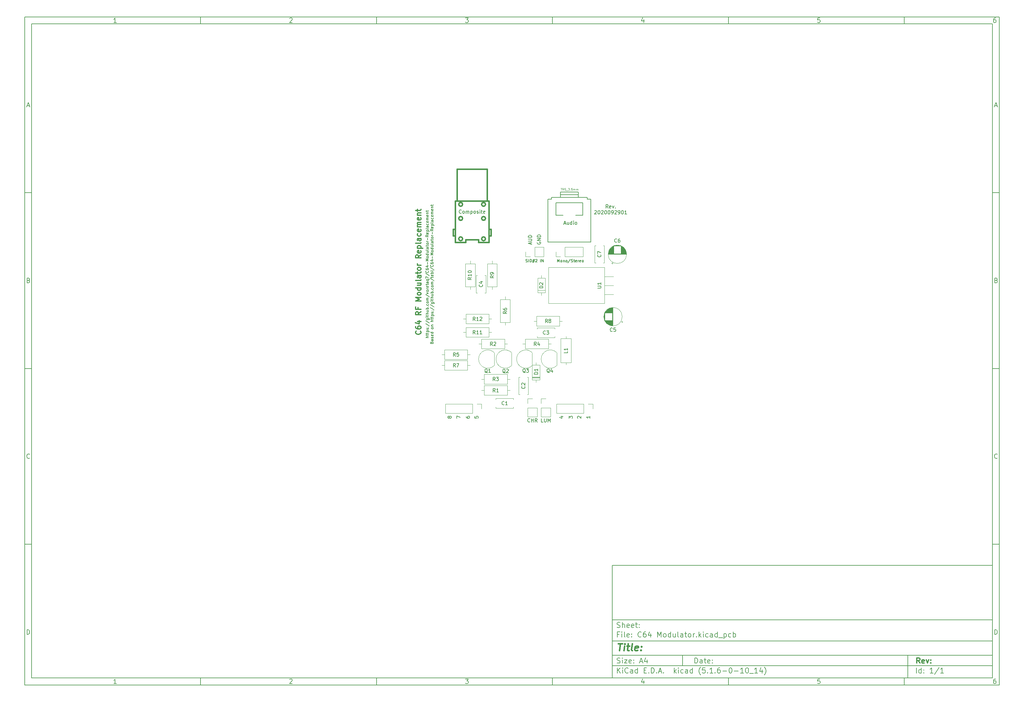
<source format=gto>
%TF.GenerationSoftware,KiCad,Pcbnew,(5.1.6-0-10_14)*%
%TF.CreationDate,2020-09-29T03:50:34-04:00*%
%TF.ProjectId,C64 Modulator,43363420-4d6f-4647-956c-61746f722e6b,rev?*%
%TF.SameCoordinates,Original*%
%TF.FileFunction,Legend,Top*%
%TF.FilePolarity,Positive*%
%FSLAX46Y46*%
G04 Gerber Fmt 4.6, Leading zero omitted, Abs format (unit mm)*
G04 Created by KiCad (PCBNEW (5.1.6-0-10_14)) date 2020-09-29 03:50:34*
%MOMM*%
%LPD*%
G01*
G04 APERTURE LIST*
%ADD10C,0.100000*%
%ADD11C,0.150000*%
%ADD12C,0.300000*%
%ADD13C,0.400000*%
%ADD14C,0.120000*%
%ADD15C,0.381000*%
G04 APERTURE END LIST*
D10*
D11*
X177002200Y-166007200D02*
X177002200Y-198007200D01*
X285002200Y-198007200D01*
X285002200Y-166007200D01*
X177002200Y-166007200D01*
D10*
D11*
X10000000Y-10000000D02*
X10000000Y-200007200D01*
X287002200Y-200007200D01*
X287002200Y-10000000D01*
X10000000Y-10000000D01*
D10*
D11*
X12000000Y-12000000D02*
X12000000Y-198007200D01*
X285002200Y-198007200D01*
X285002200Y-12000000D01*
X12000000Y-12000000D01*
D10*
D11*
X60000000Y-12000000D02*
X60000000Y-10000000D01*
D10*
D11*
X110000000Y-12000000D02*
X110000000Y-10000000D01*
D10*
D11*
X160000000Y-12000000D02*
X160000000Y-10000000D01*
D10*
D11*
X210000000Y-12000000D02*
X210000000Y-10000000D01*
D10*
D11*
X260000000Y-12000000D02*
X260000000Y-10000000D01*
D10*
D11*
X36065476Y-11588095D02*
X35322619Y-11588095D01*
X35694047Y-11588095D02*
X35694047Y-10288095D01*
X35570238Y-10473809D01*
X35446428Y-10597619D01*
X35322619Y-10659523D01*
D10*
D11*
X85322619Y-10411904D02*
X85384523Y-10350000D01*
X85508333Y-10288095D01*
X85817857Y-10288095D01*
X85941666Y-10350000D01*
X86003571Y-10411904D01*
X86065476Y-10535714D01*
X86065476Y-10659523D01*
X86003571Y-10845238D01*
X85260714Y-11588095D01*
X86065476Y-11588095D01*
D10*
D11*
X135260714Y-10288095D02*
X136065476Y-10288095D01*
X135632142Y-10783333D01*
X135817857Y-10783333D01*
X135941666Y-10845238D01*
X136003571Y-10907142D01*
X136065476Y-11030952D01*
X136065476Y-11340476D01*
X136003571Y-11464285D01*
X135941666Y-11526190D01*
X135817857Y-11588095D01*
X135446428Y-11588095D01*
X135322619Y-11526190D01*
X135260714Y-11464285D01*
D10*
D11*
X185941666Y-10721428D02*
X185941666Y-11588095D01*
X185632142Y-10226190D02*
X185322619Y-11154761D01*
X186127380Y-11154761D01*
D10*
D11*
X236003571Y-10288095D02*
X235384523Y-10288095D01*
X235322619Y-10907142D01*
X235384523Y-10845238D01*
X235508333Y-10783333D01*
X235817857Y-10783333D01*
X235941666Y-10845238D01*
X236003571Y-10907142D01*
X236065476Y-11030952D01*
X236065476Y-11340476D01*
X236003571Y-11464285D01*
X235941666Y-11526190D01*
X235817857Y-11588095D01*
X235508333Y-11588095D01*
X235384523Y-11526190D01*
X235322619Y-11464285D01*
D10*
D11*
X285941666Y-10288095D02*
X285694047Y-10288095D01*
X285570238Y-10350000D01*
X285508333Y-10411904D01*
X285384523Y-10597619D01*
X285322619Y-10845238D01*
X285322619Y-11340476D01*
X285384523Y-11464285D01*
X285446428Y-11526190D01*
X285570238Y-11588095D01*
X285817857Y-11588095D01*
X285941666Y-11526190D01*
X286003571Y-11464285D01*
X286065476Y-11340476D01*
X286065476Y-11030952D01*
X286003571Y-10907142D01*
X285941666Y-10845238D01*
X285817857Y-10783333D01*
X285570238Y-10783333D01*
X285446428Y-10845238D01*
X285384523Y-10907142D01*
X285322619Y-11030952D01*
D10*
D11*
X60000000Y-198007200D02*
X60000000Y-200007200D01*
D10*
D11*
X110000000Y-198007200D02*
X110000000Y-200007200D01*
D10*
D11*
X160000000Y-198007200D02*
X160000000Y-200007200D01*
D10*
D11*
X210000000Y-198007200D02*
X210000000Y-200007200D01*
D10*
D11*
X260000000Y-198007200D02*
X260000000Y-200007200D01*
D10*
D11*
X36065476Y-199595295D02*
X35322619Y-199595295D01*
X35694047Y-199595295D02*
X35694047Y-198295295D01*
X35570238Y-198481009D01*
X35446428Y-198604819D01*
X35322619Y-198666723D01*
D10*
D11*
X85322619Y-198419104D02*
X85384523Y-198357200D01*
X85508333Y-198295295D01*
X85817857Y-198295295D01*
X85941666Y-198357200D01*
X86003571Y-198419104D01*
X86065476Y-198542914D01*
X86065476Y-198666723D01*
X86003571Y-198852438D01*
X85260714Y-199595295D01*
X86065476Y-199595295D01*
D10*
D11*
X135260714Y-198295295D02*
X136065476Y-198295295D01*
X135632142Y-198790533D01*
X135817857Y-198790533D01*
X135941666Y-198852438D01*
X136003571Y-198914342D01*
X136065476Y-199038152D01*
X136065476Y-199347676D01*
X136003571Y-199471485D01*
X135941666Y-199533390D01*
X135817857Y-199595295D01*
X135446428Y-199595295D01*
X135322619Y-199533390D01*
X135260714Y-199471485D01*
D10*
D11*
X185941666Y-198728628D02*
X185941666Y-199595295D01*
X185632142Y-198233390D02*
X185322619Y-199161961D01*
X186127380Y-199161961D01*
D10*
D11*
X236003571Y-198295295D02*
X235384523Y-198295295D01*
X235322619Y-198914342D01*
X235384523Y-198852438D01*
X235508333Y-198790533D01*
X235817857Y-198790533D01*
X235941666Y-198852438D01*
X236003571Y-198914342D01*
X236065476Y-199038152D01*
X236065476Y-199347676D01*
X236003571Y-199471485D01*
X235941666Y-199533390D01*
X235817857Y-199595295D01*
X235508333Y-199595295D01*
X235384523Y-199533390D01*
X235322619Y-199471485D01*
D10*
D11*
X285941666Y-198295295D02*
X285694047Y-198295295D01*
X285570238Y-198357200D01*
X285508333Y-198419104D01*
X285384523Y-198604819D01*
X285322619Y-198852438D01*
X285322619Y-199347676D01*
X285384523Y-199471485D01*
X285446428Y-199533390D01*
X285570238Y-199595295D01*
X285817857Y-199595295D01*
X285941666Y-199533390D01*
X286003571Y-199471485D01*
X286065476Y-199347676D01*
X286065476Y-199038152D01*
X286003571Y-198914342D01*
X285941666Y-198852438D01*
X285817857Y-198790533D01*
X285570238Y-198790533D01*
X285446428Y-198852438D01*
X285384523Y-198914342D01*
X285322619Y-199038152D01*
D10*
D11*
X10000000Y-60000000D02*
X12000000Y-60000000D01*
D10*
D11*
X10000000Y-110000000D02*
X12000000Y-110000000D01*
D10*
D11*
X10000000Y-160000000D02*
X12000000Y-160000000D01*
D10*
D11*
X10690476Y-35216666D02*
X11309523Y-35216666D01*
X10566666Y-35588095D02*
X11000000Y-34288095D01*
X11433333Y-35588095D01*
D10*
D11*
X11092857Y-84907142D02*
X11278571Y-84969047D01*
X11340476Y-85030952D01*
X11402380Y-85154761D01*
X11402380Y-85340476D01*
X11340476Y-85464285D01*
X11278571Y-85526190D01*
X11154761Y-85588095D01*
X10659523Y-85588095D01*
X10659523Y-84288095D01*
X11092857Y-84288095D01*
X11216666Y-84350000D01*
X11278571Y-84411904D01*
X11340476Y-84535714D01*
X11340476Y-84659523D01*
X11278571Y-84783333D01*
X11216666Y-84845238D01*
X11092857Y-84907142D01*
X10659523Y-84907142D01*
D10*
D11*
X11402380Y-135464285D02*
X11340476Y-135526190D01*
X11154761Y-135588095D01*
X11030952Y-135588095D01*
X10845238Y-135526190D01*
X10721428Y-135402380D01*
X10659523Y-135278571D01*
X10597619Y-135030952D01*
X10597619Y-134845238D01*
X10659523Y-134597619D01*
X10721428Y-134473809D01*
X10845238Y-134350000D01*
X11030952Y-134288095D01*
X11154761Y-134288095D01*
X11340476Y-134350000D01*
X11402380Y-134411904D01*
D10*
D11*
X10659523Y-185588095D02*
X10659523Y-184288095D01*
X10969047Y-184288095D01*
X11154761Y-184350000D01*
X11278571Y-184473809D01*
X11340476Y-184597619D01*
X11402380Y-184845238D01*
X11402380Y-185030952D01*
X11340476Y-185278571D01*
X11278571Y-185402380D01*
X11154761Y-185526190D01*
X10969047Y-185588095D01*
X10659523Y-185588095D01*
D10*
D11*
X287002200Y-60000000D02*
X285002200Y-60000000D01*
D10*
D11*
X287002200Y-110000000D02*
X285002200Y-110000000D01*
D10*
D11*
X287002200Y-160000000D02*
X285002200Y-160000000D01*
D10*
D11*
X285692676Y-35216666D02*
X286311723Y-35216666D01*
X285568866Y-35588095D02*
X286002200Y-34288095D01*
X286435533Y-35588095D01*
D10*
D11*
X286095057Y-84907142D02*
X286280771Y-84969047D01*
X286342676Y-85030952D01*
X286404580Y-85154761D01*
X286404580Y-85340476D01*
X286342676Y-85464285D01*
X286280771Y-85526190D01*
X286156961Y-85588095D01*
X285661723Y-85588095D01*
X285661723Y-84288095D01*
X286095057Y-84288095D01*
X286218866Y-84350000D01*
X286280771Y-84411904D01*
X286342676Y-84535714D01*
X286342676Y-84659523D01*
X286280771Y-84783333D01*
X286218866Y-84845238D01*
X286095057Y-84907142D01*
X285661723Y-84907142D01*
D10*
D11*
X286404580Y-135464285D02*
X286342676Y-135526190D01*
X286156961Y-135588095D01*
X286033152Y-135588095D01*
X285847438Y-135526190D01*
X285723628Y-135402380D01*
X285661723Y-135278571D01*
X285599819Y-135030952D01*
X285599819Y-134845238D01*
X285661723Y-134597619D01*
X285723628Y-134473809D01*
X285847438Y-134350000D01*
X286033152Y-134288095D01*
X286156961Y-134288095D01*
X286342676Y-134350000D01*
X286404580Y-134411904D01*
D10*
D11*
X285661723Y-185588095D02*
X285661723Y-184288095D01*
X285971247Y-184288095D01*
X286156961Y-184350000D01*
X286280771Y-184473809D01*
X286342676Y-184597619D01*
X286404580Y-184845238D01*
X286404580Y-185030952D01*
X286342676Y-185278571D01*
X286280771Y-185402380D01*
X286156961Y-185526190D01*
X285971247Y-185588095D01*
X285661723Y-185588095D01*
D10*
D11*
X200434342Y-193785771D02*
X200434342Y-192285771D01*
X200791485Y-192285771D01*
X201005771Y-192357200D01*
X201148628Y-192500057D01*
X201220057Y-192642914D01*
X201291485Y-192928628D01*
X201291485Y-193142914D01*
X201220057Y-193428628D01*
X201148628Y-193571485D01*
X201005771Y-193714342D01*
X200791485Y-193785771D01*
X200434342Y-193785771D01*
X202577200Y-193785771D02*
X202577200Y-193000057D01*
X202505771Y-192857200D01*
X202362914Y-192785771D01*
X202077200Y-192785771D01*
X201934342Y-192857200D01*
X202577200Y-193714342D02*
X202434342Y-193785771D01*
X202077200Y-193785771D01*
X201934342Y-193714342D01*
X201862914Y-193571485D01*
X201862914Y-193428628D01*
X201934342Y-193285771D01*
X202077200Y-193214342D01*
X202434342Y-193214342D01*
X202577200Y-193142914D01*
X203077200Y-192785771D02*
X203648628Y-192785771D01*
X203291485Y-192285771D02*
X203291485Y-193571485D01*
X203362914Y-193714342D01*
X203505771Y-193785771D01*
X203648628Y-193785771D01*
X204720057Y-193714342D02*
X204577200Y-193785771D01*
X204291485Y-193785771D01*
X204148628Y-193714342D01*
X204077200Y-193571485D01*
X204077200Y-193000057D01*
X204148628Y-192857200D01*
X204291485Y-192785771D01*
X204577200Y-192785771D01*
X204720057Y-192857200D01*
X204791485Y-193000057D01*
X204791485Y-193142914D01*
X204077200Y-193285771D01*
X205434342Y-193642914D02*
X205505771Y-193714342D01*
X205434342Y-193785771D01*
X205362914Y-193714342D01*
X205434342Y-193642914D01*
X205434342Y-193785771D01*
X205434342Y-192857200D02*
X205505771Y-192928628D01*
X205434342Y-193000057D01*
X205362914Y-192928628D01*
X205434342Y-192857200D01*
X205434342Y-193000057D01*
D10*
D11*
X177002200Y-194507200D02*
X285002200Y-194507200D01*
D10*
D11*
X178434342Y-196585771D02*
X178434342Y-195085771D01*
X179291485Y-196585771D02*
X178648628Y-195728628D01*
X179291485Y-195085771D02*
X178434342Y-195942914D01*
X179934342Y-196585771D02*
X179934342Y-195585771D01*
X179934342Y-195085771D02*
X179862914Y-195157200D01*
X179934342Y-195228628D01*
X180005771Y-195157200D01*
X179934342Y-195085771D01*
X179934342Y-195228628D01*
X181505771Y-196442914D02*
X181434342Y-196514342D01*
X181220057Y-196585771D01*
X181077200Y-196585771D01*
X180862914Y-196514342D01*
X180720057Y-196371485D01*
X180648628Y-196228628D01*
X180577200Y-195942914D01*
X180577200Y-195728628D01*
X180648628Y-195442914D01*
X180720057Y-195300057D01*
X180862914Y-195157200D01*
X181077200Y-195085771D01*
X181220057Y-195085771D01*
X181434342Y-195157200D01*
X181505771Y-195228628D01*
X182791485Y-196585771D02*
X182791485Y-195800057D01*
X182720057Y-195657200D01*
X182577200Y-195585771D01*
X182291485Y-195585771D01*
X182148628Y-195657200D01*
X182791485Y-196514342D02*
X182648628Y-196585771D01*
X182291485Y-196585771D01*
X182148628Y-196514342D01*
X182077200Y-196371485D01*
X182077200Y-196228628D01*
X182148628Y-196085771D01*
X182291485Y-196014342D01*
X182648628Y-196014342D01*
X182791485Y-195942914D01*
X184148628Y-196585771D02*
X184148628Y-195085771D01*
X184148628Y-196514342D02*
X184005771Y-196585771D01*
X183720057Y-196585771D01*
X183577200Y-196514342D01*
X183505771Y-196442914D01*
X183434342Y-196300057D01*
X183434342Y-195871485D01*
X183505771Y-195728628D01*
X183577200Y-195657200D01*
X183720057Y-195585771D01*
X184005771Y-195585771D01*
X184148628Y-195657200D01*
X186005771Y-195800057D02*
X186505771Y-195800057D01*
X186720057Y-196585771D02*
X186005771Y-196585771D01*
X186005771Y-195085771D01*
X186720057Y-195085771D01*
X187362914Y-196442914D02*
X187434342Y-196514342D01*
X187362914Y-196585771D01*
X187291485Y-196514342D01*
X187362914Y-196442914D01*
X187362914Y-196585771D01*
X188077200Y-196585771D02*
X188077200Y-195085771D01*
X188434342Y-195085771D01*
X188648628Y-195157200D01*
X188791485Y-195300057D01*
X188862914Y-195442914D01*
X188934342Y-195728628D01*
X188934342Y-195942914D01*
X188862914Y-196228628D01*
X188791485Y-196371485D01*
X188648628Y-196514342D01*
X188434342Y-196585771D01*
X188077200Y-196585771D01*
X189577200Y-196442914D02*
X189648628Y-196514342D01*
X189577200Y-196585771D01*
X189505771Y-196514342D01*
X189577200Y-196442914D01*
X189577200Y-196585771D01*
X190220057Y-196157200D02*
X190934342Y-196157200D01*
X190077200Y-196585771D02*
X190577200Y-195085771D01*
X191077200Y-196585771D01*
X191577200Y-196442914D02*
X191648628Y-196514342D01*
X191577200Y-196585771D01*
X191505771Y-196514342D01*
X191577200Y-196442914D01*
X191577200Y-196585771D01*
X194577200Y-196585771D02*
X194577200Y-195085771D01*
X194720057Y-196014342D02*
X195148628Y-196585771D01*
X195148628Y-195585771D02*
X194577200Y-196157200D01*
X195791485Y-196585771D02*
X195791485Y-195585771D01*
X195791485Y-195085771D02*
X195720057Y-195157200D01*
X195791485Y-195228628D01*
X195862914Y-195157200D01*
X195791485Y-195085771D01*
X195791485Y-195228628D01*
X197148628Y-196514342D02*
X197005771Y-196585771D01*
X196720057Y-196585771D01*
X196577200Y-196514342D01*
X196505771Y-196442914D01*
X196434342Y-196300057D01*
X196434342Y-195871485D01*
X196505771Y-195728628D01*
X196577200Y-195657200D01*
X196720057Y-195585771D01*
X197005771Y-195585771D01*
X197148628Y-195657200D01*
X198434342Y-196585771D02*
X198434342Y-195800057D01*
X198362914Y-195657200D01*
X198220057Y-195585771D01*
X197934342Y-195585771D01*
X197791485Y-195657200D01*
X198434342Y-196514342D02*
X198291485Y-196585771D01*
X197934342Y-196585771D01*
X197791485Y-196514342D01*
X197720057Y-196371485D01*
X197720057Y-196228628D01*
X197791485Y-196085771D01*
X197934342Y-196014342D01*
X198291485Y-196014342D01*
X198434342Y-195942914D01*
X199791485Y-196585771D02*
X199791485Y-195085771D01*
X199791485Y-196514342D02*
X199648628Y-196585771D01*
X199362914Y-196585771D01*
X199220057Y-196514342D01*
X199148628Y-196442914D01*
X199077200Y-196300057D01*
X199077200Y-195871485D01*
X199148628Y-195728628D01*
X199220057Y-195657200D01*
X199362914Y-195585771D01*
X199648628Y-195585771D01*
X199791485Y-195657200D01*
X202077200Y-197157200D02*
X202005771Y-197085771D01*
X201862914Y-196871485D01*
X201791485Y-196728628D01*
X201720057Y-196514342D01*
X201648628Y-196157200D01*
X201648628Y-195871485D01*
X201720057Y-195514342D01*
X201791485Y-195300057D01*
X201862914Y-195157200D01*
X202005771Y-194942914D01*
X202077200Y-194871485D01*
X203362914Y-195085771D02*
X202648628Y-195085771D01*
X202577200Y-195800057D01*
X202648628Y-195728628D01*
X202791485Y-195657200D01*
X203148628Y-195657200D01*
X203291485Y-195728628D01*
X203362914Y-195800057D01*
X203434342Y-195942914D01*
X203434342Y-196300057D01*
X203362914Y-196442914D01*
X203291485Y-196514342D01*
X203148628Y-196585771D01*
X202791485Y-196585771D01*
X202648628Y-196514342D01*
X202577200Y-196442914D01*
X204077200Y-196442914D02*
X204148628Y-196514342D01*
X204077200Y-196585771D01*
X204005771Y-196514342D01*
X204077200Y-196442914D01*
X204077200Y-196585771D01*
X205577200Y-196585771D02*
X204720057Y-196585771D01*
X205148628Y-196585771D02*
X205148628Y-195085771D01*
X205005771Y-195300057D01*
X204862914Y-195442914D01*
X204720057Y-195514342D01*
X206220057Y-196442914D02*
X206291485Y-196514342D01*
X206220057Y-196585771D01*
X206148628Y-196514342D01*
X206220057Y-196442914D01*
X206220057Y-196585771D01*
X207577200Y-195085771D02*
X207291485Y-195085771D01*
X207148628Y-195157200D01*
X207077200Y-195228628D01*
X206934342Y-195442914D01*
X206862914Y-195728628D01*
X206862914Y-196300057D01*
X206934342Y-196442914D01*
X207005771Y-196514342D01*
X207148628Y-196585771D01*
X207434342Y-196585771D01*
X207577200Y-196514342D01*
X207648628Y-196442914D01*
X207720057Y-196300057D01*
X207720057Y-195942914D01*
X207648628Y-195800057D01*
X207577200Y-195728628D01*
X207434342Y-195657200D01*
X207148628Y-195657200D01*
X207005771Y-195728628D01*
X206934342Y-195800057D01*
X206862914Y-195942914D01*
X208362914Y-196014342D02*
X209505771Y-196014342D01*
X210505771Y-195085771D02*
X210648628Y-195085771D01*
X210791485Y-195157200D01*
X210862914Y-195228628D01*
X210934342Y-195371485D01*
X211005771Y-195657200D01*
X211005771Y-196014342D01*
X210934342Y-196300057D01*
X210862914Y-196442914D01*
X210791485Y-196514342D01*
X210648628Y-196585771D01*
X210505771Y-196585771D01*
X210362914Y-196514342D01*
X210291485Y-196442914D01*
X210220057Y-196300057D01*
X210148628Y-196014342D01*
X210148628Y-195657200D01*
X210220057Y-195371485D01*
X210291485Y-195228628D01*
X210362914Y-195157200D01*
X210505771Y-195085771D01*
X211648628Y-196014342D02*
X212791485Y-196014342D01*
X214291485Y-196585771D02*
X213434342Y-196585771D01*
X213862914Y-196585771D02*
X213862914Y-195085771D01*
X213720057Y-195300057D01*
X213577200Y-195442914D01*
X213434342Y-195514342D01*
X215220057Y-195085771D02*
X215362914Y-195085771D01*
X215505771Y-195157200D01*
X215577200Y-195228628D01*
X215648628Y-195371485D01*
X215720057Y-195657200D01*
X215720057Y-196014342D01*
X215648628Y-196300057D01*
X215577200Y-196442914D01*
X215505771Y-196514342D01*
X215362914Y-196585771D01*
X215220057Y-196585771D01*
X215077200Y-196514342D01*
X215005771Y-196442914D01*
X214934342Y-196300057D01*
X214862914Y-196014342D01*
X214862914Y-195657200D01*
X214934342Y-195371485D01*
X215005771Y-195228628D01*
X215077200Y-195157200D01*
X215220057Y-195085771D01*
X216005771Y-196728628D02*
X217148628Y-196728628D01*
X218291485Y-196585771D02*
X217434342Y-196585771D01*
X217862914Y-196585771D02*
X217862914Y-195085771D01*
X217720057Y-195300057D01*
X217577200Y-195442914D01*
X217434342Y-195514342D01*
X219577200Y-195585771D02*
X219577200Y-196585771D01*
X219220057Y-195014342D02*
X218862914Y-196085771D01*
X219791485Y-196085771D01*
X220220057Y-197157200D02*
X220291485Y-197085771D01*
X220434342Y-196871485D01*
X220505771Y-196728628D01*
X220577200Y-196514342D01*
X220648628Y-196157200D01*
X220648628Y-195871485D01*
X220577200Y-195514342D01*
X220505771Y-195300057D01*
X220434342Y-195157200D01*
X220291485Y-194942914D01*
X220220057Y-194871485D01*
D10*
D11*
X177002200Y-191507200D02*
X285002200Y-191507200D01*
D10*
D12*
X264411485Y-193785771D02*
X263911485Y-193071485D01*
X263554342Y-193785771D02*
X263554342Y-192285771D01*
X264125771Y-192285771D01*
X264268628Y-192357200D01*
X264340057Y-192428628D01*
X264411485Y-192571485D01*
X264411485Y-192785771D01*
X264340057Y-192928628D01*
X264268628Y-193000057D01*
X264125771Y-193071485D01*
X263554342Y-193071485D01*
X265625771Y-193714342D02*
X265482914Y-193785771D01*
X265197200Y-193785771D01*
X265054342Y-193714342D01*
X264982914Y-193571485D01*
X264982914Y-193000057D01*
X265054342Y-192857200D01*
X265197200Y-192785771D01*
X265482914Y-192785771D01*
X265625771Y-192857200D01*
X265697200Y-193000057D01*
X265697200Y-193142914D01*
X264982914Y-193285771D01*
X266197200Y-192785771D02*
X266554342Y-193785771D01*
X266911485Y-192785771D01*
X267482914Y-193642914D02*
X267554342Y-193714342D01*
X267482914Y-193785771D01*
X267411485Y-193714342D01*
X267482914Y-193642914D01*
X267482914Y-193785771D01*
X267482914Y-192857200D02*
X267554342Y-192928628D01*
X267482914Y-193000057D01*
X267411485Y-192928628D01*
X267482914Y-192857200D01*
X267482914Y-193000057D01*
D10*
D11*
X178362914Y-193714342D02*
X178577200Y-193785771D01*
X178934342Y-193785771D01*
X179077200Y-193714342D01*
X179148628Y-193642914D01*
X179220057Y-193500057D01*
X179220057Y-193357200D01*
X179148628Y-193214342D01*
X179077200Y-193142914D01*
X178934342Y-193071485D01*
X178648628Y-193000057D01*
X178505771Y-192928628D01*
X178434342Y-192857200D01*
X178362914Y-192714342D01*
X178362914Y-192571485D01*
X178434342Y-192428628D01*
X178505771Y-192357200D01*
X178648628Y-192285771D01*
X179005771Y-192285771D01*
X179220057Y-192357200D01*
X179862914Y-193785771D02*
X179862914Y-192785771D01*
X179862914Y-192285771D02*
X179791485Y-192357200D01*
X179862914Y-192428628D01*
X179934342Y-192357200D01*
X179862914Y-192285771D01*
X179862914Y-192428628D01*
X180434342Y-192785771D02*
X181220057Y-192785771D01*
X180434342Y-193785771D01*
X181220057Y-193785771D01*
X182362914Y-193714342D02*
X182220057Y-193785771D01*
X181934342Y-193785771D01*
X181791485Y-193714342D01*
X181720057Y-193571485D01*
X181720057Y-193000057D01*
X181791485Y-192857200D01*
X181934342Y-192785771D01*
X182220057Y-192785771D01*
X182362914Y-192857200D01*
X182434342Y-193000057D01*
X182434342Y-193142914D01*
X181720057Y-193285771D01*
X183077200Y-193642914D02*
X183148628Y-193714342D01*
X183077200Y-193785771D01*
X183005771Y-193714342D01*
X183077200Y-193642914D01*
X183077200Y-193785771D01*
X183077200Y-192857200D02*
X183148628Y-192928628D01*
X183077200Y-193000057D01*
X183005771Y-192928628D01*
X183077200Y-192857200D01*
X183077200Y-193000057D01*
X184862914Y-193357200D02*
X185577200Y-193357200D01*
X184720057Y-193785771D02*
X185220057Y-192285771D01*
X185720057Y-193785771D01*
X186862914Y-192785771D02*
X186862914Y-193785771D01*
X186505771Y-192214342D02*
X186148628Y-193285771D01*
X187077200Y-193285771D01*
D10*
D11*
X263434342Y-196585771D02*
X263434342Y-195085771D01*
X264791485Y-196585771D02*
X264791485Y-195085771D01*
X264791485Y-196514342D02*
X264648628Y-196585771D01*
X264362914Y-196585771D01*
X264220057Y-196514342D01*
X264148628Y-196442914D01*
X264077200Y-196300057D01*
X264077200Y-195871485D01*
X264148628Y-195728628D01*
X264220057Y-195657200D01*
X264362914Y-195585771D01*
X264648628Y-195585771D01*
X264791485Y-195657200D01*
X265505771Y-196442914D02*
X265577200Y-196514342D01*
X265505771Y-196585771D01*
X265434342Y-196514342D01*
X265505771Y-196442914D01*
X265505771Y-196585771D01*
X265505771Y-195657200D02*
X265577200Y-195728628D01*
X265505771Y-195800057D01*
X265434342Y-195728628D01*
X265505771Y-195657200D01*
X265505771Y-195800057D01*
X268148628Y-196585771D02*
X267291485Y-196585771D01*
X267720057Y-196585771D02*
X267720057Y-195085771D01*
X267577200Y-195300057D01*
X267434342Y-195442914D01*
X267291485Y-195514342D01*
X269862914Y-195014342D02*
X268577200Y-196942914D01*
X271148628Y-196585771D02*
X270291485Y-196585771D01*
X270720057Y-196585771D02*
X270720057Y-195085771D01*
X270577200Y-195300057D01*
X270434342Y-195442914D01*
X270291485Y-195514342D01*
D10*
D11*
X177002200Y-187507200D02*
X285002200Y-187507200D01*
D10*
D13*
X178714580Y-188211961D02*
X179857438Y-188211961D01*
X179036009Y-190211961D02*
X179286009Y-188211961D01*
X180274104Y-190211961D02*
X180440771Y-188878628D01*
X180524104Y-188211961D02*
X180416961Y-188307200D01*
X180500295Y-188402438D01*
X180607438Y-188307200D01*
X180524104Y-188211961D01*
X180500295Y-188402438D01*
X181107438Y-188878628D02*
X181869342Y-188878628D01*
X181476485Y-188211961D02*
X181262200Y-189926247D01*
X181333628Y-190116723D01*
X181512200Y-190211961D01*
X181702676Y-190211961D01*
X182655057Y-190211961D02*
X182476485Y-190116723D01*
X182405057Y-189926247D01*
X182619342Y-188211961D01*
X184190771Y-190116723D02*
X183988390Y-190211961D01*
X183607438Y-190211961D01*
X183428866Y-190116723D01*
X183357438Y-189926247D01*
X183452676Y-189164342D01*
X183571723Y-188973866D01*
X183774104Y-188878628D01*
X184155057Y-188878628D01*
X184333628Y-188973866D01*
X184405057Y-189164342D01*
X184381247Y-189354819D01*
X183405057Y-189545295D01*
X185155057Y-190021485D02*
X185238390Y-190116723D01*
X185131247Y-190211961D01*
X185047914Y-190116723D01*
X185155057Y-190021485D01*
X185131247Y-190211961D01*
X185286009Y-188973866D02*
X185369342Y-189069104D01*
X185262200Y-189164342D01*
X185178866Y-189069104D01*
X185286009Y-188973866D01*
X185262200Y-189164342D01*
D10*
D11*
X178934342Y-185600057D02*
X178434342Y-185600057D01*
X178434342Y-186385771D02*
X178434342Y-184885771D01*
X179148628Y-184885771D01*
X179720057Y-186385771D02*
X179720057Y-185385771D01*
X179720057Y-184885771D02*
X179648628Y-184957200D01*
X179720057Y-185028628D01*
X179791485Y-184957200D01*
X179720057Y-184885771D01*
X179720057Y-185028628D01*
X180648628Y-186385771D02*
X180505771Y-186314342D01*
X180434342Y-186171485D01*
X180434342Y-184885771D01*
X181791485Y-186314342D02*
X181648628Y-186385771D01*
X181362914Y-186385771D01*
X181220057Y-186314342D01*
X181148628Y-186171485D01*
X181148628Y-185600057D01*
X181220057Y-185457200D01*
X181362914Y-185385771D01*
X181648628Y-185385771D01*
X181791485Y-185457200D01*
X181862914Y-185600057D01*
X181862914Y-185742914D01*
X181148628Y-185885771D01*
X182505771Y-186242914D02*
X182577200Y-186314342D01*
X182505771Y-186385771D01*
X182434342Y-186314342D01*
X182505771Y-186242914D01*
X182505771Y-186385771D01*
X182505771Y-185457200D02*
X182577200Y-185528628D01*
X182505771Y-185600057D01*
X182434342Y-185528628D01*
X182505771Y-185457200D01*
X182505771Y-185600057D01*
X185220057Y-186242914D02*
X185148628Y-186314342D01*
X184934342Y-186385771D01*
X184791485Y-186385771D01*
X184577200Y-186314342D01*
X184434342Y-186171485D01*
X184362914Y-186028628D01*
X184291485Y-185742914D01*
X184291485Y-185528628D01*
X184362914Y-185242914D01*
X184434342Y-185100057D01*
X184577200Y-184957200D01*
X184791485Y-184885771D01*
X184934342Y-184885771D01*
X185148628Y-184957200D01*
X185220057Y-185028628D01*
X186505771Y-184885771D02*
X186220057Y-184885771D01*
X186077200Y-184957200D01*
X186005771Y-185028628D01*
X185862914Y-185242914D01*
X185791485Y-185528628D01*
X185791485Y-186100057D01*
X185862914Y-186242914D01*
X185934342Y-186314342D01*
X186077200Y-186385771D01*
X186362914Y-186385771D01*
X186505771Y-186314342D01*
X186577200Y-186242914D01*
X186648628Y-186100057D01*
X186648628Y-185742914D01*
X186577200Y-185600057D01*
X186505771Y-185528628D01*
X186362914Y-185457200D01*
X186077200Y-185457200D01*
X185934342Y-185528628D01*
X185862914Y-185600057D01*
X185791485Y-185742914D01*
X187934342Y-185385771D02*
X187934342Y-186385771D01*
X187577200Y-184814342D02*
X187220057Y-185885771D01*
X188148628Y-185885771D01*
X189862914Y-186385771D02*
X189862914Y-184885771D01*
X190362914Y-185957200D01*
X190862914Y-184885771D01*
X190862914Y-186385771D01*
X191791485Y-186385771D02*
X191648628Y-186314342D01*
X191577200Y-186242914D01*
X191505771Y-186100057D01*
X191505771Y-185671485D01*
X191577200Y-185528628D01*
X191648628Y-185457200D01*
X191791485Y-185385771D01*
X192005771Y-185385771D01*
X192148628Y-185457200D01*
X192220057Y-185528628D01*
X192291485Y-185671485D01*
X192291485Y-186100057D01*
X192220057Y-186242914D01*
X192148628Y-186314342D01*
X192005771Y-186385771D01*
X191791485Y-186385771D01*
X193577200Y-186385771D02*
X193577200Y-184885771D01*
X193577200Y-186314342D02*
X193434342Y-186385771D01*
X193148628Y-186385771D01*
X193005771Y-186314342D01*
X192934342Y-186242914D01*
X192862914Y-186100057D01*
X192862914Y-185671485D01*
X192934342Y-185528628D01*
X193005771Y-185457200D01*
X193148628Y-185385771D01*
X193434342Y-185385771D01*
X193577200Y-185457200D01*
X194934342Y-185385771D02*
X194934342Y-186385771D01*
X194291485Y-185385771D02*
X194291485Y-186171485D01*
X194362914Y-186314342D01*
X194505771Y-186385771D01*
X194720057Y-186385771D01*
X194862914Y-186314342D01*
X194934342Y-186242914D01*
X195862914Y-186385771D02*
X195720057Y-186314342D01*
X195648628Y-186171485D01*
X195648628Y-184885771D01*
X197077200Y-186385771D02*
X197077200Y-185600057D01*
X197005771Y-185457200D01*
X196862914Y-185385771D01*
X196577200Y-185385771D01*
X196434342Y-185457200D01*
X197077200Y-186314342D02*
X196934342Y-186385771D01*
X196577200Y-186385771D01*
X196434342Y-186314342D01*
X196362914Y-186171485D01*
X196362914Y-186028628D01*
X196434342Y-185885771D01*
X196577200Y-185814342D01*
X196934342Y-185814342D01*
X197077200Y-185742914D01*
X197577200Y-185385771D02*
X198148628Y-185385771D01*
X197791485Y-184885771D02*
X197791485Y-186171485D01*
X197862914Y-186314342D01*
X198005771Y-186385771D01*
X198148628Y-186385771D01*
X198862914Y-186385771D02*
X198720057Y-186314342D01*
X198648628Y-186242914D01*
X198577200Y-186100057D01*
X198577200Y-185671485D01*
X198648628Y-185528628D01*
X198720057Y-185457200D01*
X198862914Y-185385771D01*
X199077200Y-185385771D01*
X199220057Y-185457200D01*
X199291485Y-185528628D01*
X199362914Y-185671485D01*
X199362914Y-186100057D01*
X199291485Y-186242914D01*
X199220057Y-186314342D01*
X199077200Y-186385771D01*
X198862914Y-186385771D01*
X200005771Y-186385771D02*
X200005771Y-185385771D01*
X200005771Y-185671485D02*
X200077200Y-185528628D01*
X200148628Y-185457200D01*
X200291485Y-185385771D01*
X200434342Y-185385771D01*
X200934342Y-186242914D02*
X201005771Y-186314342D01*
X200934342Y-186385771D01*
X200862914Y-186314342D01*
X200934342Y-186242914D01*
X200934342Y-186385771D01*
X201648628Y-186385771D02*
X201648628Y-184885771D01*
X201791485Y-185814342D02*
X202220057Y-186385771D01*
X202220057Y-185385771D02*
X201648628Y-185957200D01*
X202862914Y-186385771D02*
X202862914Y-185385771D01*
X202862914Y-184885771D02*
X202791485Y-184957200D01*
X202862914Y-185028628D01*
X202934342Y-184957200D01*
X202862914Y-184885771D01*
X202862914Y-185028628D01*
X204220057Y-186314342D02*
X204077200Y-186385771D01*
X203791485Y-186385771D01*
X203648628Y-186314342D01*
X203577200Y-186242914D01*
X203505771Y-186100057D01*
X203505771Y-185671485D01*
X203577200Y-185528628D01*
X203648628Y-185457200D01*
X203791485Y-185385771D01*
X204077200Y-185385771D01*
X204220057Y-185457200D01*
X205505771Y-186385771D02*
X205505771Y-185600057D01*
X205434342Y-185457200D01*
X205291485Y-185385771D01*
X205005771Y-185385771D01*
X204862914Y-185457200D01*
X205505771Y-186314342D02*
X205362914Y-186385771D01*
X205005771Y-186385771D01*
X204862914Y-186314342D01*
X204791485Y-186171485D01*
X204791485Y-186028628D01*
X204862914Y-185885771D01*
X205005771Y-185814342D01*
X205362914Y-185814342D01*
X205505771Y-185742914D01*
X206862914Y-186385771D02*
X206862914Y-184885771D01*
X206862914Y-186314342D02*
X206720057Y-186385771D01*
X206434342Y-186385771D01*
X206291485Y-186314342D01*
X206220057Y-186242914D01*
X206148628Y-186100057D01*
X206148628Y-185671485D01*
X206220057Y-185528628D01*
X206291485Y-185457200D01*
X206434342Y-185385771D01*
X206720057Y-185385771D01*
X206862914Y-185457200D01*
X207220057Y-186528628D02*
X208362914Y-186528628D01*
X208720057Y-185385771D02*
X208720057Y-186885771D01*
X208720057Y-185457200D02*
X208862914Y-185385771D01*
X209148628Y-185385771D01*
X209291485Y-185457200D01*
X209362914Y-185528628D01*
X209434342Y-185671485D01*
X209434342Y-186100057D01*
X209362914Y-186242914D01*
X209291485Y-186314342D01*
X209148628Y-186385771D01*
X208862914Y-186385771D01*
X208720057Y-186314342D01*
X210720057Y-186314342D02*
X210577200Y-186385771D01*
X210291485Y-186385771D01*
X210148628Y-186314342D01*
X210077200Y-186242914D01*
X210005771Y-186100057D01*
X210005771Y-185671485D01*
X210077200Y-185528628D01*
X210148628Y-185457200D01*
X210291485Y-185385771D01*
X210577200Y-185385771D01*
X210720057Y-185457200D01*
X211362914Y-186385771D02*
X211362914Y-184885771D01*
X211362914Y-185457200D02*
X211505771Y-185385771D01*
X211791485Y-185385771D01*
X211934342Y-185457200D01*
X212005771Y-185528628D01*
X212077200Y-185671485D01*
X212077200Y-186100057D01*
X212005771Y-186242914D01*
X211934342Y-186314342D01*
X211791485Y-186385771D01*
X211505771Y-186385771D01*
X211362914Y-186314342D01*
D10*
D11*
X177002200Y-181507200D02*
X285002200Y-181507200D01*
D10*
D11*
X178362914Y-183614342D02*
X178577200Y-183685771D01*
X178934342Y-183685771D01*
X179077200Y-183614342D01*
X179148628Y-183542914D01*
X179220057Y-183400057D01*
X179220057Y-183257200D01*
X179148628Y-183114342D01*
X179077200Y-183042914D01*
X178934342Y-182971485D01*
X178648628Y-182900057D01*
X178505771Y-182828628D01*
X178434342Y-182757200D01*
X178362914Y-182614342D01*
X178362914Y-182471485D01*
X178434342Y-182328628D01*
X178505771Y-182257200D01*
X178648628Y-182185771D01*
X179005771Y-182185771D01*
X179220057Y-182257200D01*
X179862914Y-183685771D02*
X179862914Y-182185771D01*
X180505771Y-183685771D02*
X180505771Y-182900057D01*
X180434342Y-182757200D01*
X180291485Y-182685771D01*
X180077200Y-182685771D01*
X179934342Y-182757200D01*
X179862914Y-182828628D01*
X181791485Y-183614342D02*
X181648628Y-183685771D01*
X181362914Y-183685771D01*
X181220057Y-183614342D01*
X181148628Y-183471485D01*
X181148628Y-182900057D01*
X181220057Y-182757200D01*
X181362914Y-182685771D01*
X181648628Y-182685771D01*
X181791485Y-182757200D01*
X181862914Y-182900057D01*
X181862914Y-183042914D01*
X181148628Y-183185771D01*
X183077200Y-183614342D02*
X182934342Y-183685771D01*
X182648628Y-183685771D01*
X182505771Y-183614342D01*
X182434342Y-183471485D01*
X182434342Y-182900057D01*
X182505771Y-182757200D01*
X182648628Y-182685771D01*
X182934342Y-182685771D01*
X183077200Y-182757200D01*
X183148628Y-182900057D01*
X183148628Y-183042914D01*
X182434342Y-183185771D01*
X183577200Y-182685771D02*
X184148628Y-182685771D01*
X183791485Y-182185771D02*
X183791485Y-183471485D01*
X183862914Y-183614342D01*
X184005771Y-183685771D01*
X184148628Y-183685771D01*
X184648628Y-183542914D02*
X184720057Y-183614342D01*
X184648628Y-183685771D01*
X184577200Y-183614342D01*
X184648628Y-183542914D01*
X184648628Y-183685771D01*
X184648628Y-182757200D02*
X184720057Y-182828628D01*
X184648628Y-182900057D01*
X184577200Y-182828628D01*
X184648628Y-182757200D01*
X184648628Y-182900057D01*
D10*
D11*
X197002200Y-191507200D02*
X197002200Y-194507200D01*
D10*
D11*
X261002200Y-191507200D02*
X261002200Y-198007200D01*
X124781904Y-101185000D02*
X123981904Y-101185000D01*
X124781904Y-100842142D02*
X124362857Y-100842142D01*
X124286666Y-100880238D01*
X124248571Y-100956428D01*
X124248571Y-101070714D01*
X124286666Y-101146904D01*
X124324761Y-101185000D01*
X124248571Y-100575476D02*
X124248571Y-100270714D01*
X123981904Y-100461190D02*
X124667619Y-100461190D01*
X124743809Y-100423095D01*
X124781904Y-100346904D01*
X124781904Y-100270714D01*
X124248571Y-100118333D02*
X124248571Y-99813571D01*
X123981904Y-100004047D02*
X124667619Y-100004047D01*
X124743809Y-99965952D01*
X124781904Y-99889761D01*
X124781904Y-99813571D01*
X124248571Y-99546904D02*
X125048571Y-99546904D01*
X124286666Y-99546904D02*
X124248571Y-99470714D01*
X124248571Y-99318333D01*
X124286666Y-99242142D01*
X124324761Y-99204047D01*
X124400952Y-99165952D01*
X124629523Y-99165952D01*
X124705714Y-99204047D01*
X124743809Y-99242142D01*
X124781904Y-99318333D01*
X124781904Y-99470714D01*
X124743809Y-99546904D01*
X124743809Y-98861190D02*
X124781904Y-98785000D01*
X124781904Y-98632619D01*
X124743809Y-98556428D01*
X124667619Y-98518333D01*
X124629523Y-98518333D01*
X124553333Y-98556428D01*
X124515238Y-98632619D01*
X124515238Y-98746904D01*
X124477142Y-98823095D01*
X124400952Y-98861190D01*
X124362857Y-98861190D01*
X124286666Y-98823095D01*
X124248571Y-98746904D01*
X124248571Y-98632619D01*
X124286666Y-98556428D01*
X124705714Y-98175476D02*
X124743809Y-98137380D01*
X124781904Y-98175476D01*
X124743809Y-98213571D01*
X124705714Y-98175476D01*
X124781904Y-98175476D01*
X124286666Y-98175476D02*
X124324761Y-98137380D01*
X124362857Y-98175476D01*
X124324761Y-98213571D01*
X124286666Y-98175476D01*
X124362857Y-98175476D01*
X123943809Y-97223095D02*
X124972380Y-97908809D01*
X123943809Y-96385000D02*
X124972380Y-97070714D01*
X124248571Y-95775476D02*
X124896190Y-95775476D01*
X124972380Y-95813571D01*
X125010476Y-95851666D01*
X125048571Y-95927857D01*
X125048571Y-96042142D01*
X125010476Y-96118333D01*
X124743809Y-95775476D02*
X124781904Y-95851666D01*
X124781904Y-96004047D01*
X124743809Y-96080238D01*
X124705714Y-96118333D01*
X124629523Y-96156428D01*
X124400952Y-96156428D01*
X124324761Y-96118333D01*
X124286666Y-96080238D01*
X124248571Y-96004047D01*
X124248571Y-95851666D01*
X124286666Y-95775476D01*
X124781904Y-95394523D02*
X124248571Y-95394523D01*
X123981904Y-95394523D02*
X124020000Y-95432619D01*
X124058095Y-95394523D01*
X124020000Y-95356428D01*
X123981904Y-95394523D01*
X124058095Y-95394523D01*
X124248571Y-95127857D02*
X124248571Y-94823095D01*
X123981904Y-95013571D02*
X124667619Y-95013571D01*
X124743809Y-94975476D01*
X124781904Y-94899285D01*
X124781904Y-94823095D01*
X124781904Y-94556428D02*
X123981904Y-94556428D01*
X124781904Y-94213571D02*
X124362857Y-94213571D01*
X124286666Y-94251666D01*
X124248571Y-94327857D01*
X124248571Y-94442142D01*
X124286666Y-94518333D01*
X124324761Y-94556428D01*
X124248571Y-93489761D02*
X124781904Y-93489761D01*
X124248571Y-93832619D02*
X124667619Y-93832619D01*
X124743809Y-93794523D01*
X124781904Y-93718333D01*
X124781904Y-93604047D01*
X124743809Y-93527857D01*
X124705714Y-93489761D01*
X124781904Y-93108809D02*
X123981904Y-93108809D01*
X124286666Y-93108809D02*
X124248571Y-93032619D01*
X124248571Y-92880238D01*
X124286666Y-92804047D01*
X124324761Y-92765952D01*
X124400952Y-92727857D01*
X124629523Y-92727857D01*
X124705714Y-92765952D01*
X124743809Y-92804047D01*
X124781904Y-92880238D01*
X124781904Y-93032619D01*
X124743809Y-93108809D01*
X124705714Y-92385000D02*
X124743809Y-92346904D01*
X124781904Y-92385000D01*
X124743809Y-92423095D01*
X124705714Y-92385000D01*
X124781904Y-92385000D01*
X124743809Y-91661190D02*
X124781904Y-91737380D01*
X124781904Y-91889761D01*
X124743809Y-91965952D01*
X124705714Y-92004047D01*
X124629523Y-92042142D01*
X124400952Y-92042142D01*
X124324761Y-92004047D01*
X124286666Y-91965952D01*
X124248571Y-91889761D01*
X124248571Y-91737380D01*
X124286666Y-91661190D01*
X124781904Y-91204047D02*
X124743809Y-91280238D01*
X124705714Y-91318333D01*
X124629523Y-91356428D01*
X124400952Y-91356428D01*
X124324761Y-91318333D01*
X124286666Y-91280238D01*
X124248571Y-91204047D01*
X124248571Y-91089761D01*
X124286666Y-91013571D01*
X124324761Y-90975476D01*
X124400952Y-90937380D01*
X124629523Y-90937380D01*
X124705714Y-90975476D01*
X124743809Y-91013571D01*
X124781904Y-91089761D01*
X124781904Y-91204047D01*
X124781904Y-90594523D02*
X124248571Y-90594523D01*
X124324761Y-90594523D02*
X124286666Y-90556428D01*
X124248571Y-90480238D01*
X124248571Y-90365952D01*
X124286666Y-90289761D01*
X124362857Y-90251666D01*
X124781904Y-90251666D01*
X124362857Y-90251666D02*
X124286666Y-90213571D01*
X124248571Y-90137380D01*
X124248571Y-90023095D01*
X124286666Y-89946904D01*
X124362857Y-89908809D01*
X124781904Y-89908809D01*
X123943809Y-88956428D02*
X124972380Y-89642142D01*
X124248571Y-88765952D02*
X124781904Y-88575476D01*
X124248571Y-88385000D01*
X124781904Y-87965952D02*
X124743809Y-88042142D01*
X124705714Y-88080238D01*
X124629523Y-88118333D01*
X124400952Y-88118333D01*
X124324761Y-88080238D01*
X124286666Y-88042142D01*
X124248571Y-87965952D01*
X124248571Y-87851666D01*
X124286666Y-87775476D01*
X124324761Y-87737380D01*
X124400952Y-87699285D01*
X124629523Y-87699285D01*
X124705714Y-87737380D01*
X124743809Y-87775476D01*
X124781904Y-87851666D01*
X124781904Y-87965952D01*
X124781904Y-87356428D02*
X124248571Y-87356428D01*
X124400952Y-87356428D02*
X124324761Y-87318333D01*
X124286666Y-87280238D01*
X124248571Y-87204047D01*
X124248571Y-87127857D01*
X124743809Y-86556428D02*
X124781904Y-86632619D01*
X124781904Y-86785000D01*
X124743809Y-86861190D01*
X124667619Y-86899285D01*
X124362857Y-86899285D01*
X124286666Y-86861190D01*
X124248571Y-86785000D01*
X124248571Y-86632619D01*
X124286666Y-86556428D01*
X124362857Y-86518333D01*
X124439047Y-86518333D01*
X124515238Y-86899285D01*
X124248571Y-86289761D02*
X124248571Y-85985000D01*
X123981904Y-86175476D02*
X124667619Y-86175476D01*
X124743809Y-86137380D01*
X124781904Y-86061190D01*
X124781904Y-85985000D01*
X124781904Y-85375476D02*
X124362857Y-85375476D01*
X124286666Y-85413571D01*
X124248571Y-85489761D01*
X124248571Y-85642142D01*
X124286666Y-85718333D01*
X124743809Y-85375476D02*
X124781904Y-85451666D01*
X124781904Y-85642142D01*
X124743809Y-85718333D01*
X124667619Y-85756428D01*
X124591428Y-85756428D01*
X124515238Y-85718333D01*
X124477142Y-85642142D01*
X124477142Y-85451666D01*
X124439047Y-85375476D01*
X124248571Y-84651666D02*
X125048571Y-84651666D01*
X124743809Y-84651666D02*
X124781904Y-84727857D01*
X124781904Y-84880238D01*
X124743809Y-84956428D01*
X124705714Y-84994523D01*
X124629523Y-85032619D01*
X124400952Y-85032619D01*
X124324761Y-84994523D01*
X124286666Y-84956428D01*
X124248571Y-84880238D01*
X124248571Y-84727857D01*
X124286666Y-84651666D01*
X123981904Y-84346904D02*
X123981904Y-83813571D01*
X124781904Y-84156428D01*
X123943809Y-82937380D02*
X124972380Y-83623095D01*
X124705714Y-82213571D02*
X124743809Y-82251666D01*
X124781904Y-82365952D01*
X124781904Y-82442142D01*
X124743809Y-82556428D01*
X124667619Y-82632619D01*
X124591428Y-82670714D01*
X124439047Y-82708809D01*
X124324761Y-82708809D01*
X124172380Y-82670714D01*
X124096190Y-82632619D01*
X124020000Y-82556428D01*
X123981904Y-82442142D01*
X123981904Y-82365952D01*
X124020000Y-82251666D01*
X124058095Y-82213571D01*
X123981904Y-81527857D02*
X123981904Y-81680238D01*
X124020000Y-81756428D01*
X124058095Y-81794523D01*
X124172380Y-81870714D01*
X124324761Y-81908809D01*
X124629523Y-81908809D01*
X124705714Y-81870714D01*
X124743809Y-81832619D01*
X124781904Y-81756428D01*
X124781904Y-81604047D01*
X124743809Y-81527857D01*
X124705714Y-81489761D01*
X124629523Y-81451666D01*
X124439047Y-81451666D01*
X124362857Y-81489761D01*
X124324761Y-81527857D01*
X124286666Y-81604047D01*
X124286666Y-81756428D01*
X124324761Y-81832619D01*
X124362857Y-81870714D01*
X124439047Y-81908809D01*
X124248571Y-80765952D02*
X124781904Y-80765952D01*
X123943809Y-80956428D02*
X124515238Y-81146904D01*
X124515238Y-80651666D01*
X124477142Y-80346904D02*
X124477142Y-79737380D01*
X124781904Y-79356428D02*
X123981904Y-79356428D01*
X124553333Y-79089761D01*
X123981904Y-78823095D01*
X124781904Y-78823095D01*
X124781904Y-78327857D02*
X124743809Y-78404047D01*
X124705714Y-78442142D01*
X124629523Y-78480238D01*
X124400952Y-78480238D01*
X124324761Y-78442142D01*
X124286666Y-78404047D01*
X124248571Y-78327857D01*
X124248571Y-78213571D01*
X124286666Y-78137380D01*
X124324761Y-78099285D01*
X124400952Y-78061190D01*
X124629523Y-78061190D01*
X124705714Y-78099285D01*
X124743809Y-78137380D01*
X124781904Y-78213571D01*
X124781904Y-78327857D01*
X124781904Y-77375476D02*
X123981904Y-77375476D01*
X124743809Y-77375476D02*
X124781904Y-77451666D01*
X124781904Y-77604047D01*
X124743809Y-77680238D01*
X124705714Y-77718333D01*
X124629523Y-77756428D01*
X124400952Y-77756428D01*
X124324761Y-77718333D01*
X124286666Y-77680238D01*
X124248571Y-77604047D01*
X124248571Y-77451666D01*
X124286666Y-77375476D01*
X124248571Y-76651666D02*
X124781904Y-76651666D01*
X124248571Y-76994523D02*
X124667619Y-76994523D01*
X124743809Y-76956428D01*
X124781904Y-76880238D01*
X124781904Y-76765952D01*
X124743809Y-76689761D01*
X124705714Y-76651666D01*
X124781904Y-76156428D02*
X124743809Y-76232619D01*
X124667619Y-76270714D01*
X123981904Y-76270714D01*
X124781904Y-75508809D02*
X124362857Y-75508809D01*
X124286666Y-75546904D01*
X124248571Y-75623095D01*
X124248571Y-75775476D01*
X124286666Y-75851666D01*
X124743809Y-75508809D02*
X124781904Y-75585000D01*
X124781904Y-75775476D01*
X124743809Y-75851666D01*
X124667619Y-75889761D01*
X124591428Y-75889761D01*
X124515238Y-75851666D01*
X124477142Y-75775476D01*
X124477142Y-75585000D01*
X124439047Y-75508809D01*
X124248571Y-75242142D02*
X124248571Y-74937380D01*
X123981904Y-75127857D02*
X124667619Y-75127857D01*
X124743809Y-75089761D01*
X124781904Y-75013571D01*
X124781904Y-74937380D01*
X124781904Y-74556428D02*
X124743809Y-74632619D01*
X124705714Y-74670714D01*
X124629523Y-74708809D01*
X124400952Y-74708809D01*
X124324761Y-74670714D01*
X124286666Y-74632619D01*
X124248571Y-74556428D01*
X124248571Y-74442142D01*
X124286666Y-74365952D01*
X124324761Y-74327857D01*
X124400952Y-74289761D01*
X124629523Y-74289761D01*
X124705714Y-74327857D01*
X124743809Y-74365952D01*
X124781904Y-74442142D01*
X124781904Y-74556428D01*
X124781904Y-73946904D02*
X124248571Y-73946904D01*
X124400952Y-73946904D02*
X124324761Y-73908809D01*
X124286666Y-73870714D01*
X124248571Y-73794523D01*
X124248571Y-73718333D01*
X124477142Y-73451666D02*
X124477142Y-72842142D01*
X124781904Y-72004047D02*
X124400952Y-72270714D01*
X124781904Y-72461190D02*
X123981904Y-72461190D01*
X123981904Y-72156428D01*
X124020000Y-72080238D01*
X124058095Y-72042142D01*
X124134285Y-72004047D01*
X124248571Y-72004047D01*
X124324761Y-72042142D01*
X124362857Y-72080238D01*
X124400952Y-72156428D01*
X124400952Y-72461190D01*
X124743809Y-71356428D02*
X124781904Y-71432619D01*
X124781904Y-71585000D01*
X124743809Y-71661190D01*
X124667619Y-71699285D01*
X124362857Y-71699285D01*
X124286666Y-71661190D01*
X124248571Y-71585000D01*
X124248571Y-71432619D01*
X124286666Y-71356428D01*
X124362857Y-71318333D01*
X124439047Y-71318333D01*
X124515238Y-71699285D01*
X124248571Y-70975476D02*
X125048571Y-70975476D01*
X124286666Y-70975476D02*
X124248571Y-70899285D01*
X124248571Y-70746904D01*
X124286666Y-70670714D01*
X124324761Y-70632619D01*
X124400952Y-70594523D01*
X124629523Y-70594523D01*
X124705714Y-70632619D01*
X124743809Y-70670714D01*
X124781904Y-70746904D01*
X124781904Y-70899285D01*
X124743809Y-70975476D01*
X124781904Y-70137380D02*
X124743809Y-70213571D01*
X124667619Y-70251666D01*
X123981904Y-70251666D01*
X124781904Y-69489761D02*
X124362857Y-69489761D01*
X124286666Y-69527857D01*
X124248571Y-69604047D01*
X124248571Y-69756428D01*
X124286666Y-69832619D01*
X124743809Y-69489761D02*
X124781904Y-69565952D01*
X124781904Y-69756428D01*
X124743809Y-69832619D01*
X124667619Y-69870714D01*
X124591428Y-69870714D01*
X124515238Y-69832619D01*
X124477142Y-69756428D01*
X124477142Y-69565952D01*
X124439047Y-69489761D01*
X124743809Y-68765952D02*
X124781904Y-68842142D01*
X124781904Y-68994523D01*
X124743809Y-69070714D01*
X124705714Y-69108809D01*
X124629523Y-69146904D01*
X124400952Y-69146904D01*
X124324761Y-69108809D01*
X124286666Y-69070714D01*
X124248571Y-68994523D01*
X124248571Y-68842142D01*
X124286666Y-68765952D01*
X124743809Y-68118333D02*
X124781904Y-68194523D01*
X124781904Y-68346904D01*
X124743809Y-68423095D01*
X124667619Y-68461190D01*
X124362857Y-68461190D01*
X124286666Y-68423095D01*
X124248571Y-68346904D01*
X124248571Y-68194523D01*
X124286666Y-68118333D01*
X124362857Y-68080238D01*
X124439047Y-68080238D01*
X124515238Y-68461190D01*
X124781904Y-67737380D02*
X124248571Y-67737380D01*
X124324761Y-67737380D02*
X124286666Y-67699285D01*
X124248571Y-67623095D01*
X124248571Y-67508809D01*
X124286666Y-67432619D01*
X124362857Y-67394523D01*
X124781904Y-67394523D01*
X124362857Y-67394523D02*
X124286666Y-67356428D01*
X124248571Y-67280238D01*
X124248571Y-67165952D01*
X124286666Y-67089761D01*
X124362857Y-67051666D01*
X124781904Y-67051666D01*
X124743809Y-66365952D02*
X124781904Y-66442142D01*
X124781904Y-66594523D01*
X124743809Y-66670714D01*
X124667619Y-66708809D01*
X124362857Y-66708809D01*
X124286666Y-66670714D01*
X124248571Y-66594523D01*
X124248571Y-66442142D01*
X124286666Y-66365952D01*
X124362857Y-66327857D01*
X124439047Y-66327857D01*
X124515238Y-66708809D01*
X124248571Y-65985000D02*
X124781904Y-65985000D01*
X124324761Y-65985000D02*
X124286666Y-65946904D01*
X124248571Y-65870714D01*
X124248571Y-65756428D01*
X124286666Y-65680238D01*
X124362857Y-65642142D01*
X124781904Y-65642142D01*
X124248571Y-65375476D02*
X124248571Y-65070714D01*
X123981904Y-65261190D02*
X124667619Y-65261190D01*
X124743809Y-65223095D01*
X124781904Y-65146904D01*
X124781904Y-65070714D01*
X125712857Y-102594523D02*
X125750952Y-102480238D01*
X125789047Y-102442142D01*
X125865238Y-102404047D01*
X125979523Y-102404047D01*
X126055714Y-102442142D01*
X126093809Y-102480238D01*
X126131904Y-102556428D01*
X126131904Y-102861190D01*
X125331904Y-102861190D01*
X125331904Y-102594523D01*
X125370000Y-102518333D01*
X125408095Y-102480238D01*
X125484285Y-102442142D01*
X125560476Y-102442142D01*
X125636666Y-102480238D01*
X125674761Y-102518333D01*
X125712857Y-102594523D01*
X125712857Y-102861190D01*
X126131904Y-101718333D02*
X125712857Y-101718333D01*
X125636666Y-101756428D01*
X125598571Y-101832619D01*
X125598571Y-101984999D01*
X125636666Y-102061190D01*
X126093809Y-101718333D02*
X126131904Y-101794523D01*
X126131904Y-101984999D01*
X126093809Y-102061190D01*
X126017619Y-102099285D01*
X125941428Y-102099285D01*
X125865238Y-102061190D01*
X125827142Y-101984999D01*
X125827142Y-101794523D01*
X125789047Y-101718333D01*
X126093809Y-101375476D02*
X126131904Y-101299285D01*
X126131904Y-101146904D01*
X126093809Y-101070714D01*
X126017619Y-101032619D01*
X125979523Y-101032619D01*
X125903333Y-101070714D01*
X125865238Y-101146904D01*
X125865238Y-101261190D01*
X125827142Y-101337380D01*
X125750952Y-101375476D01*
X125712857Y-101375476D01*
X125636666Y-101337380D01*
X125598571Y-101261190D01*
X125598571Y-101146904D01*
X125636666Y-101070714D01*
X126093809Y-100384999D02*
X126131904Y-100461190D01*
X126131904Y-100613571D01*
X126093809Y-100689761D01*
X126017619Y-100727857D01*
X125712857Y-100727857D01*
X125636666Y-100689761D01*
X125598571Y-100613571D01*
X125598571Y-100461190D01*
X125636666Y-100384999D01*
X125712857Y-100346904D01*
X125789047Y-100346904D01*
X125865238Y-100727857D01*
X126131904Y-99661190D02*
X125331904Y-99661190D01*
X126093809Y-99661190D02*
X126131904Y-99737380D01*
X126131904Y-99889761D01*
X126093809Y-99965952D01*
X126055714Y-100004047D01*
X125979523Y-100042142D01*
X125750952Y-100042142D01*
X125674761Y-100004047D01*
X125636666Y-99965952D01*
X125598571Y-99889761D01*
X125598571Y-99737380D01*
X125636666Y-99661190D01*
X126131904Y-98556428D02*
X126093809Y-98632619D01*
X126055714Y-98670714D01*
X125979523Y-98708809D01*
X125750952Y-98708809D01*
X125674761Y-98670714D01*
X125636666Y-98632619D01*
X125598571Y-98556428D01*
X125598571Y-98442142D01*
X125636666Y-98365952D01*
X125674761Y-98327857D01*
X125750952Y-98289761D01*
X125979523Y-98289761D01*
X126055714Y-98327857D01*
X126093809Y-98365952D01*
X126131904Y-98442142D01*
X126131904Y-98556428D01*
X125598571Y-97946904D02*
X126131904Y-97946904D01*
X125674761Y-97946904D02*
X125636666Y-97908809D01*
X125598571Y-97832619D01*
X125598571Y-97718333D01*
X125636666Y-97642142D01*
X125712857Y-97604047D01*
X126131904Y-97604047D01*
X126131904Y-96613571D02*
X125331904Y-96613571D01*
X126131904Y-96270714D02*
X125712857Y-96270714D01*
X125636666Y-96308809D01*
X125598571Y-96384999D01*
X125598571Y-96499285D01*
X125636666Y-96575476D01*
X125674761Y-96613571D01*
X125598571Y-96004047D02*
X125598571Y-95699285D01*
X125331904Y-95889761D02*
X126017619Y-95889761D01*
X126093809Y-95851666D01*
X126131904Y-95775476D01*
X126131904Y-95699285D01*
X125598571Y-95546904D02*
X125598571Y-95242142D01*
X125331904Y-95432619D02*
X126017619Y-95432619D01*
X126093809Y-95394523D01*
X126131904Y-95318333D01*
X126131904Y-95242142D01*
X125598571Y-94975476D02*
X126398571Y-94975476D01*
X125636666Y-94975476D02*
X125598571Y-94899285D01*
X125598571Y-94746904D01*
X125636666Y-94670714D01*
X125674761Y-94632619D01*
X125750952Y-94594523D01*
X125979523Y-94594523D01*
X126055714Y-94632619D01*
X126093809Y-94670714D01*
X126131904Y-94746904D01*
X126131904Y-94899285D01*
X126093809Y-94975476D01*
X126093809Y-94289761D02*
X126131904Y-94213571D01*
X126131904Y-94061190D01*
X126093809Y-93985000D01*
X126017619Y-93946904D01*
X125979523Y-93946904D01*
X125903333Y-93985000D01*
X125865238Y-94061190D01*
X125865238Y-94175476D01*
X125827142Y-94251666D01*
X125750952Y-94289761D01*
X125712857Y-94289761D01*
X125636666Y-94251666D01*
X125598571Y-94175476D01*
X125598571Y-94061190D01*
X125636666Y-93985000D01*
X126055714Y-93604047D02*
X126093809Y-93565952D01*
X126131904Y-93604047D01*
X126093809Y-93642142D01*
X126055714Y-93604047D01*
X126131904Y-93604047D01*
X125636666Y-93604047D02*
X125674761Y-93565952D01*
X125712857Y-93604047D01*
X125674761Y-93642142D01*
X125636666Y-93604047D01*
X125712857Y-93604047D01*
X125293809Y-92651666D02*
X126322380Y-93337380D01*
X125293809Y-91813571D02*
X126322380Y-92499285D01*
X125598571Y-91204047D02*
X126246190Y-91204047D01*
X126322380Y-91242142D01*
X126360476Y-91280238D01*
X126398571Y-91356428D01*
X126398571Y-91470714D01*
X126360476Y-91546904D01*
X126093809Y-91204047D02*
X126131904Y-91280238D01*
X126131904Y-91432619D01*
X126093809Y-91508809D01*
X126055714Y-91546904D01*
X125979523Y-91585000D01*
X125750952Y-91585000D01*
X125674761Y-91546904D01*
X125636666Y-91508809D01*
X125598571Y-91432619D01*
X125598571Y-91280238D01*
X125636666Y-91204047D01*
X126131904Y-90823095D02*
X125598571Y-90823095D01*
X125331904Y-90823095D02*
X125370000Y-90861190D01*
X125408095Y-90823095D01*
X125370000Y-90784999D01*
X125331904Y-90823095D01*
X125408095Y-90823095D01*
X125598571Y-90556428D02*
X125598571Y-90251666D01*
X125331904Y-90442142D02*
X126017619Y-90442142D01*
X126093809Y-90404047D01*
X126131904Y-90327857D01*
X126131904Y-90251666D01*
X126131904Y-89985000D02*
X125331904Y-89985000D01*
X126131904Y-89642142D02*
X125712857Y-89642142D01*
X125636666Y-89680238D01*
X125598571Y-89756428D01*
X125598571Y-89870714D01*
X125636666Y-89946904D01*
X125674761Y-89985000D01*
X125598571Y-88918333D02*
X126131904Y-88918333D01*
X125598571Y-89261190D02*
X126017619Y-89261190D01*
X126093809Y-89223095D01*
X126131904Y-89146904D01*
X126131904Y-89032619D01*
X126093809Y-88956428D01*
X126055714Y-88918333D01*
X126131904Y-88537380D02*
X125331904Y-88537380D01*
X125636666Y-88537380D02*
X125598571Y-88461190D01*
X125598571Y-88308809D01*
X125636666Y-88232619D01*
X125674761Y-88194523D01*
X125750952Y-88156428D01*
X125979523Y-88156428D01*
X126055714Y-88194523D01*
X126093809Y-88232619D01*
X126131904Y-88308809D01*
X126131904Y-88461190D01*
X126093809Y-88537380D01*
X126055714Y-87813571D02*
X126093809Y-87775476D01*
X126131904Y-87813571D01*
X126093809Y-87851666D01*
X126055714Y-87813571D01*
X126131904Y-87813571D01*
X126093809Y-87089761D02*
X126131904Y-87165952D01*
X126131904Y-87318333D01*
X126093809Y-87394523D01*
X126055714Y-87432619D01*
X125979523Y-87470714D01*
X125750952Y-87470714D01*
X125674761Y-87432619D01*
X125636666Y-87394523D01*
X125598571Y-87318333D01*
X125598571Y-87165952D01*
X125636666Y-87089761D01*
X126131904Y-86632619D02*
X126093809Y-86708809D01*
X126055714Y-86746904D01*
X125979523Y-86785000D01*
X125750952Y-86785000D01*
X125674761Y-86746904D01*
X125636666Y-86708809D01*
X125598571Y-86632619D01*
X125598571Y-86518333D01*
X125636666Y-86442142D01*
X125674761Y-86404047D01*
X125750952Y-86365952D01*
X125979523Y-86365952D01*
X126055714Y-86404047D01*
X126093809Y-86442142D01*
X126131904Y-86518333D01*
X126131904Y-86632619D01*
X126131904Y-86023095D02*
X125598571Y-86023095D01*
X125674761Y-86023095D02*
X125636666Y-85985000D01*
X125598571Y-85908809D01*
X125598571Y-85794523D01*
X125636666Y-85718333D01*
X125712857Y-85680238D01*
X126131904Y-85680238D01*
X125712857Y-85680238D02*
X125636666Y-85642142D01*
X125598571Y-85565952D01*
X125598571Y-85451666D01*
X125636666Y-85375476D01*
X125712857Y-85337380D01*
X126131904Y-85337380D01*
X125293809Y-84385000D02*
X126322380Y-85070714D01*
X125598571Y-84232619D02*
X125598571Y-83927857D01*
X125331904Y-84118333D02*
X126017619Y-84118333D01*
X126093809Y-84080238D01*
X126131904Y-84004047D01*
X126131904Y-83927857D01*
X126093809Y-83356428D02*
X126131904Y-83432619D01*
X126131904Y-83584999D01*
X126093809Y-83661190D01*
X126017619Y-83699285D01*
X125712857Y-83699285D01*
X125636666Y-83661190D01*
X125598571Y-83584999D01*
X125598571Y-83432619D01*
X125636666Y-83356428D01*
X125712857Y-83318333D01*
X125789047Y-83318333D01*
X125865238Y-83699285D01*
X126131904Y-82975476D02*
X125331904Y-82975476D01*
X125636666Y-82975476D02*
X125598571Y-82899285D01*
X125598571Y-82746904D01*
X125636666Y-82670714D01*
X125674761Y-82632619D01*
X125750952Y-82594523D01*
X125979523Y-82594523D01*
X126055714Y-82632619D01*
X126093809Y-82670714D01*
X126131904Y-82746904D01*
X126131904Y-82899285D01*
X126093809Y-82975476D01*
X126131904Y-82137380D02*
X126093809Y-82213571D01*
X126017619Y-82251666D01*
X125331904Y-82251666D01*
X125293809Y-81261190D02*
X126322380Y-81946904D01*
X126055714Y-80537380D02*
X126093809Y-80575476D01*
X126131904Y-80689761D01*
X126131904Y-80765952D01*
X126093809Y-80880238D01*
X126017619Y-80956428D01*
X125941428Y-80994523D01*
X125789047Y-81032619D01*
X125674761Y-81032619D01*
X125522380Y-80994523D01*
X125446190Y-80956428D01*
X125370000Y-80880238D01*
X125331904Y-80765952D01*
X125331904Y-80689761D01*
X125370000Y-80575476D01*
X125408095Y-80537380D01*
X125331904Y-79851666D02*
X125331904Y-80004047D01*
X125370000Y-80080238D01*
X125408095Y-80118333D01*
X125522380Y-80194523D01*
X125674761Y-80232619D01*
X125979523Y-80232619D01*
X126055714Y-80194523D01*
X126093809Y-80156428D01*
X126131904Y-80080238D01*
X126131904Y-79927857D01*
X126093809Y-79851666D01*
X126055714Y-79813571D01*
X125979523Y-79775476D01*
X125789047Y-79775476D01*
X125712857Y-79813571D01*
X125674761Y-79851666D01*
X125636666Y-79927857D01*
X125636666Y-80080238D01*
X125674761Y-80156428D01*
X125712857Y-80194523D01*
X125789047Y-80232619D01*
X125598571Y-79089761D02*
X126131904Y-79089761D01*
X125293809Y-79280238D02*
X125865238Y-79470714D01*
X125865238Y-78975476D01*
X125827142Y-78670714D02*
X125827142Y-78061190D01*
X126131904Y-77680238D02*
X125331904Y-77680238D01*
X125903333Y-77413571D01*
X125331904Y-77146904D01*
X126131904Y-77146904D01*
X126131904Y-76651666D02*
X126093809Y-76727857D01*
X126055714Y-76765952D01*
X125979523Y-76804047D01*
X125750952Y-76804047D01*
X125674761Y-76765952D01*
X125636666Y-76727857D01*
X125598571Y-76651666D01*
X125598571Y-76537380D01*
X125636666Y-76461190D01*
X125674761Y-76423095D01*
X125750952Y-76385000D01*
X125979523Y-76385000D01*
X126055714Y-76423095D01*
X126093809Y-76461190D01*
X126131904Y-76537380D01*
X126131904Y-76651666D01*
X126131904Y-75699285D02*
X125331904Y-75699285D01*
X126093809Y-75699285D02*
X126131904Y-75775476D01*
X126131904Y-75927857D01*
X126093809Y-76004047D01*
X126055714Y-76042142D01*
X125979523Y-76080238D01*
X125750952Y-76080238D01*
X125674761Y-76042142D01*
X125636666Y-76004047D01*
X125598571Y-75927857D01*
X125598571Y-75775476D01*
X125636666Y-75699285D01*
X125598571Y-74975476D02*
X126131904Y-74975476D01*
X125598571Y-75318333D02*
X126017619Y-75318333D01*
X126093809Y-75280238D01*
X126131904Y-75204047D01*
X126131904Y-75089761D01*
X126093809Y-75013571D01*
X126055714Y-74975476D01*
X126131904Y-74480238D02*
X126093809Y-74556428D01*
X126017619Y-74594523D01*
X125331904Y-74594523D01*
X126131904Y-73832619D02*
X125712857Y-73832619D01*
X125636666Y-73870714D01*
X125598571Y-73946904D01*
X125598571Y-74099285D01*
X125636666Y-74175476D01*
X126093809Y-73832619D02*
X126131904Y-73908809D01*
X126131904Y-74099285D01*
X126093809Y-74175476D01*
X126017619Y-74213571D01*
X125941428Y-74213571D01*
X125865238Y-74175476D01*
X125827142Y-74099285D01*
X125827142Y-73908809D01*
X125789047Y-73832619D01*
X125598571Y-73565952D02*
X125598571Y-73261190D01*
X125331904Y-73451666D02*
X126017619Y-73451666D01*
X126093809Y-73413571D01*
X126131904Y-73337380D01*
X126131904Y-73261190D01*
X126131904Y-72880238D02*
X126093809Y-72956428D01*
X126055714Y-72994523D01*
X125979523Y-73032619D01*
X125750952Y-73032619D01*
X125674761Y-72994523D01*
X125636666Y-72956428D01*
X125598571Y-72880238D01*
X125598571Y-72765952D01*
X125636666Y-72689761D01*
X125674761Y-72651666D01*
X125750952Y-72613571D01*
X125979523Y-72613571D01*
X126055714Y-72651666D01*
X126093809Y-72689761D01*
X126131904Y-72765952D01*
X126131904Y-72880238D01*
X126131904Y-72270714D02*
X125598571Y-72270714D01*
X125750952Y-72270714D02*
X125674761Y-72232619D01*
X125636666Y-72194523D01*
X125598571Y-72118333D01*
X125598571Y-72042142D01*
X125827142Y-71775476D02*
X125827142Y-71165952D01*
X126131904Y-70327857D02*
X125750952Y-70594523D01*
X126131904Y-70785000D02*
X125331904Y-70785000D01*
X125331904Y-70480238D01*
X125370000Y-70404047D01*
X125408095Y-70365952D01*
X125484285Y-70327857D01*
X125598571Y-70327857D01*
X125674761Y-70365952D01*
X125712857Y-70404047D01*
X125750952Y-70480238D01*
X125750952Y-70785000D01*
X126093809Y-69680238D02*
X126131904Y-69756428D01*
X126131904Y-69908809D01*
X126093809Y-69985000D01*
X126017619Y-70023095D01*
X125712857Y-70023095D01*
X125636666Y-69985000D01*
X125598571Y-69908809D01*
X125598571Y-69756428D01*
X125636666Y-69680238D01*
X125712857Y-69642142D01*
X125789047Y-69642142D01*
X125865238Y-70023095D01*
X125598571Y-69299285D02*
X126398571Y-69299285D01*
X125636666Y-69299285D02*
X125598571Y-69223095D01*
X125598571Y-69070714D01*
X125636666Y-68994523D01*
X125674761Y-68956428D01*
X125750952Y-68918333D01*
X125979523Y-68918333D01*
X126055714Y-68956428D01*
X126093809Y-68994523D01*
X126131904Y-69070714D01*
X126131904Y-69223095D01*
X126093809Y-69299285D01*
X126131904Y-68461190D02*
X126093809Y-68537380D01*
X126017619Y-68575476D01*
X125331904Y-68575476D01*
X126131904Y-67813571D02*
X125712857Y-67813571D01*
X125636666Y-67851666D01*
X125598571Y-67927857D01*
X125598571Y-68080238D01*
X125636666Y-68156428D01*
X126093809Y-67813571D02*
X126131904Y-67889761D01*
X126131904Y-68080238D01*
X126093809Y-68156428D01*
X126017619Y-68194523D01*
X125941428Y-68194523D01*
X125865238Y-68156428D01*
X125827142Y-68080238D01*
X125827142Y-67889761D01*
X125789047Y-67813571D01*
X126093809Y-67089761D02*
X126131904Y-67165952D01*
X126131904Y-67318333D01*
X126093809Y-67394523D01*
X126055714Y-67432619D01*
X125979523Y-67470714D01*
X125750952Y-67470714D01*
X125674761Y-67432619D01*
X125636666Y-67394523D01*
X125598571Y-67318333D01*
X125598571Y-67165952D01*
X125636666Y-67089761D01*
X126093809Y-66442142D02*
X126131904Y-66518333D01*
X126131904Y-66670714D01*
X126093809Y-66746904D01*
X126017619Y-66785000D01*
X125712857Y-66785000D01*
X125636666Y-66746904D01*
X125598571Y-66670714D01*
X125598571Y-66518333D01*
X125636666Y-66442142D01*
X125712857Y-66404047D01*
X125789047Y-66404047D01*
X125865238Y-66785000D01*
X126131904Y-66061190D02*
X125598571Y-66061190D01*
X125674761Y-66061190D02*
X125636666Y-66023095D01*
X125598571Y-65946904D01*
X125598571Y-65832619D01*
X125636666Y-65756428D01*
X125712857Y-65718333D01*
X126131904Y-65718333D01*
X125712857Y-65718333D02*
X125636666Y-65680238D01*
X125598571Y-65604047D01*
X125598571Y-65489761D01*
X125636666Y-65413571D01*
X125712857Y-65375476D01*
X126131904Y-65375476D01*
X126093809Y-64689761D02*
X126131904Y-64765952D01*
X126131904Y-64918333D01*
X126093809Y-64994523D01*
X126017619Y-65032619D01*
X125712857Y-65032619D01*
X125636666Y-64994523D01*
X125598571Y-64918333D01*
X125598571Y-64765952D01*
X125636666Y-64689761D01*
X125712857Y-64651666D01*
X125789047Y-64651666D01*
X125865238Y-65032619D01*
X125598571Y-64308809D02*
X126131904Y-64308809D01*
X125674761Y-64308809D02*
X125636666Y-64270714D01*
X125598571Y-64194523D01*
X125598571Y-64080238D01*
X125636666Y-64004047D01*
X125712857Y-63965952D01*
X126131904Y-63965952D01*
X125598571Y-63699285D02*
X125598571Y-63394523D01*
X125331904Y-63585000D02*
X126017619Y-63585000D01*
X126093809Y-63546904D01*
X126131904Y-63470714D01*
X126131904Y-63394523D01*
D12*
X122455714Y-99335714D02*
X122527142Y-99407142D01*
X122598571Y-99621428D01*
X122598571Y-99764285D01*
X122527142Y-99978571D01*
X122384285Y-100121428D01*
X122241428Y-100192857D01*
X121955714Y-100264285D01*
X121741428Y-100264285D01*
X121455714Y-100192857D01*
X121312857Y-100121428D01*
X121170000Y-99978571D01*
X121098571Y-99764285D01*
X121098571Y-99621428D01*
X121170000Y-99407142D01*
X121241428Y-99335714D01*
X121098571Y-98050000D02*
X121098571Y-98335714D01*
X121170000Y-98478571D01*
X121241428Y-98550000D01*
X121455714Y-98692857D01*
X121741428Y-98764285D01*
X122312857Y-98764285D01*
X122455714Y-98692857D01*
X122527142Y-98621428D01*
X122598571Y-98478571D01*
X122598571Y-98192857D01*
X122527142Y-98050000D01*
X122455714Y-97978571D01*
X122312857Y-97907142D01*
X121955714Y-97907142D01*
X121812857Y-97978571D01*
X121741428Y-98050000D01*
X121670000Y-98192857D01*
X121670000Y-98478571D01*
X121741428Y-98621428D01*
X121812857Y-98692857D01*
X121955714Y-98764285D01*
X121598571Y-96621428D02*
X122598571Y-96621428D01*
X121027142Y-96978571D02*
X122098571Y-97335714D01*
X122098571Y-96407142D01*
X122598571Y-93835714D02*
X121884285Y-94335714D01*
X122598571Y-94692857D02*
X121098571Y-94692857D01*
X121098571Y-94121428D01*
X121170000Y-93978571D01*
X121241428Y-93907142D01*
X121384285Y-93835714D01*
X121598571Y-93835714D01*
X121741428Y-93907142D01*
X121812857Y-93978571D01*
X121884285Y-94121428D01*
X121884285Y-94692857D01*
X121812857Y-92692857D02*
X121812857Y-93192857D01*
X122598571Y-93192857D02*
X121098571Y-93192857D01*
X121098571Y-92478571D01*
X122598571Y-90764285D02*
X121098571Y-90764285D01*
X122170000Y-90264285D01*
X121098571Y-89764285D01*
X122598571Y-89764285D01*
X122598571Y-88835714D02*
X122527142Y-88978571D01*
X122455714Y-89050000D01*
X122312857Y-89121428D01*
X121884285Y-89121428D01*
X121741428Y-89050000D01*
X121670000Y-88978571D01*
X121598571Y-88835714D01*
X121598571Y-88621428D01*
X121670000Y-88478571D01*
X121741428Y-88407142D01*
X121884285Y-88335714D01*
X122312857Y-88335714D01*
X122455714Y-88407142D01*
X122527142Y-88478571D01*
X122598571Y-88621428D01*
X122598571Y-88835714D01*
X122598571Y-87050000D02*
X121098571Y-87050000D01*
X122527142Y-87050000D02*
X122598571Y-87192857D01*
X122598571Y-87478571D01*
X122527142Y-87621428D01*
X122455714Y-87692857D01*
X122312857Y-87764285D01*
X121884285Y-87764285D01*
X121741428Y-87692857D01*
X121670000Y-87621428D01*
X121598571Y-87478571D01*
X121598571Y-87192857D01*
X121670000Y-87050000D01*
X121598571Y-85692857D02*
X122598571Y-85692857D01*
X121598571Y-86335714D02*
X122384285Y-86335714D01*
X122527142Y-86264285D01*
X122598571Y-86121428D01*
X122598571Y-85907142D01*
X122527142Y-85764285D01*
X122455714Y-85692857D01*
X122598571Y-84764285D02*
X122527142Y-84907142D01*
X122384285Y-84978571D01*
X121098571Y-84978571D01*
X122598571Y-83550000D02*
X121812857Y-83550000D01*
X121670000Y-83621428D01*
X121598571Y-83764285D01*
X121598571Y-84050000D01*
X121670000Y-84192857D01*
X122527142Y-83550000D02*
X122598571Y-83692857D01*
X122598571Y-84050000D01*
X122527142Y-84192857D01*
X122384285Y-84264285D01*
X122241428Y-84264285D01*
X122098571Y-84192857D01*
X122027142Y-84050000D01*
X122027142Y-83692857D01*
X121955714Y-83550000D01*
X121598571Y-83050000D02*
X121598571Y-82478571D01*
X121098571Y-82835714D02*
X122384285Y-82835714D01*
X122527142Y-82764285D01*
X122598571Y-82621428D01*
X122598571Y-82478571D01*
X122598571Y-81764285D02*
X122527142Y-81907142D01*
X122455714Y-81978571D01*
X122312857Y-82050000D01*
X121884285Y-82050000D01*
X121741428Y-81978571D01*
X121670000Y-81907142D01*
X121598571Y-81764285D01*
X121598571Y-81550000D01*
X121670000Y-81407142D01*
X121741428Y-81335714D01*
X121884285Y-81264285D01*
X122312857Y-81264285D01*
X122455714Y-81335714D01*
X122527142Y-81407142D01*
X122598571Y-81550000D01*
X122598571Y-81764285D01*
X122598571Y-80621428D02*
X121598571Y-80621428D01*
X121884285Y-80621428D02*
X121741428Y-80550000D01*
X121670000Y-80478571D01*
X121598571Y-80335714D01*
X121598571Y-80192857D01*
X122598571Y-77692857D02*
X121884285Y-78192857D01*
X122598571Y-78550000D02*
X121098571Y-78550000D01*
X121098571Y-77978571D01*
X121170000Y-77835714D01*
X121241428Y-77764285D01*
X121384285Y-77692857D01*
X121598571Y-77692857D01*
X121741428Y-77764285D01*
X121812857Y-77835714D01*
X121884285Y-77978571D01*
X121884285Y-78550000D01*
X122527142Y-76478571D02*
X122598571Y-76621428D01*
X122598571Y-76907142D01*
X122527142Y-77050000D01*
X122384285Y-77121428D01*
X121812857Y-77121428D01*
X121670000Y-77050000D01*
X121598571Y-76907142D01*
X121598571Y-76621428D01*
X121670000Y-76478571D01*
X121812857Y-76407142D01*
X121955714Y-76407142D01*
X122098571Y-77121428D01*
X121598571Y-75764285D02*
X123098571Y-75764285D01*
X121670000Y-75764285D02*
X121598571Y-75621428D01*
X121598571Y-75335714D01*
X121670000Y-75192857D01*
X121741428Y-75121428D01*
X121884285Y-75050000D01*
X122312857Y-75050000D01*
X122455714Y-75121428D01*
X122527142Y-75192857D01*
X122598571Y-75335714D01*
X122598571Y-75621428D01*
X122527142Y-75764285D01*
X122598571Y-74192857D02*
X122527142Y-74335714D01*
X122384285Y-74407142D01*
X121098571Y-74407142D01*
X122598571Y-72978571D02*
X121812857Y-72978571D01*
X121670000Y-73050000D01*
X121598571Y-73192857D01*
X121598571Y-73478571D01*
X121670000Y-73621428D01*
X122527142Y-72978571D02*
X122598571Y-73121428D01*
X122598571Y-73478571D01*
X122527142Y-73621428D01*
X122384285Y-73692857D01*
X122241428Y-73692857D01*
X122098571Y-73621428D01*
X122027142Y-73478571D01*
X122027142Y-73121428D01*
X121955714Y-72978571D01*
X122527142Y-71621428D02*
X122598571Y-71764285D01*
X122598571Y-72050000D01*
X122527142Y-72192857D01*
X122455714Y-72264285D01*
X122312857Y-72335714D01*
X121884285Y-72335714D01*
X121741428Y-72264285D01*
X121670000Y-72192857D01*
X121598571Y-72050000D01*
X121598571Y-71764285D01*
X121670000Y-71621428D01*
X122527142Y-70407142D02*
X122598571Y-70550000D01*
X122598571Y-70835714D01*
X122527142Y-70978571D01*
X122384285Y-71050000D01*
X121812857Y-71050000D01*
X121670000Y-70978571D01*
X121598571Y-70835714D01*
X121598571Y-70550000D01*
X121670000Y-70407142D01*
X121812857Y-70335714D01*
X121955714Y-70335714D01*
X122098571Y-71050000D01*
X122598571Y-69692857D02*
X121598571Y-69692857D01*
X121741428Y-69692857D02*
X121670000Y-69621428D01*
X121598571Y-69478571D01*
X121598571Y-69264285D01*
X121670000Y-69121428D01*
X121812857Y-69050000D01*
X122598571Y-69050000D01*
X121812857Y-69050000D02*
X121670000Y-68978571D01*
X121598571Y-68835714D01*
X121598571Y-68621428D01*
X121670000Y-68478571D01*
X121812857Y-68407142D01*
X122598571Y-68407142D01*
X122527142Y-67121428D02*
X122598571Y-67264285D01*
X122598571Y-67550000D01*
X122527142Y-67692857D01*
X122384285Y-67764285D01*
X121812857Y-67764285D01*
X121670000Y-67692857D01*
X121598571Y-67550000D01*
X121598571Y-67264285D01*
X121670000Y-67121428D01*
X121812857Y-67050000D01*
X121955714Y-67050000D01*
X122098571Y-67764285D01*
X121598571Y-66407142D02*
X122598571Y-66407142D01*
X121741428Y-66407142D02*
X121670000Y-66335714D01*
X121598571Y-66192857D01*
X121598571Y-65978571D01*
X121670000Y-65835714D01*
X121812857Y-65764285D01*
X122598571Y-65764285D01*
X121598571Y-65264285D02*
X121598571Y-64692857D01*
X121098571Y-65050000D02*
X122384285Y-65050000D01*
X122527142Y-64978571D01*
X122598571Y-64835714D01*
X122598571Y-64692857D01*
D11*
X135469380Y-123634523D02*
X135469380Y-123825000D01*
X135517000Y-123920238D01*
X135564619Y-123967857D01*
X135707476Y-124063095D01*
X135897952Y-124110714D01*
X136278904Y-124110714D01*
X136374142Y-124063095D01*
X136421761Y-124015476D01*
X136469380Y-123920238D01*
X136469380Y-123729761D01*
X136421761Y-123634523D01*
X136374142Y-123586904D01*
X136278904Y-123539285D01*
X136040809Y-123539285D01*
X135945571Y-123586904D01*
X135897952Y-123634523D01*
X135850333Y-123729761D01*
X135850333Y-123920238D01*
X135897952Y-124015476D01*
X135945571Y-124063095D01*
X136040809Y-124110714D01*
X164679380Y-124158333D02*
X164679380Y-123539285D01*
X165060333Y-123872619D01*
X165060333Y-123729761D01*
X165107952Y-123634523D01*
X165155571Y-123586904D01*
X165250809Y-123539285D01*
X165488904Y-123539285D01*
X165584142Y-123586904D01*
X165631761Y-123634523D01*
X165679380Y-123729761D01*
X165679380Y-124015476D01*
X165631761Y-124110714D01*
X165584142Y-124158333D01*
X153836666Y-74642023D02*
X153836666Y-74165833D01*
X154122380Y-74737261D02*
X153122380Y-74403928D01*
X154122380Y-74070595D01*
X153122380Y-73737261D02*
X153931904Y-73737261D01*
X154027142Y-73689642D01*
X154074761Y-73642023D01*
X154122380Y-73546785D01*
X154122380Y-73356309D01*
X154074761Y-73261071D01*
X154027142Y-73213452D01*
X153931904Y-73165833D01*
X153122380Y-73165833D01*
X154122380Y-72689642D02*
X153122380Y-72689642D01*
X153122380Y-72451547D01*
X153170000Y-72308690D01*
X153265238Y-72213452D01*
X153360476Y-72165833D01*
X153550952Y-72118214D01*
X153693809Y-72118214D01*
X153884285Y-72165833D01*
X153979523Y-72213452D01*
X154074761Y-72308690D01*
X154122380Y-72451547D01*
X154122380Y-72689642D01*
X155710000Y-74070595D02*
X155662380Y-74165833D01*
X155662380Y-74308690D01*
X155710000Y-74451547D01*
X155805238Y-74546785D01*
X155900476Y-74594404D01*
X156090952Y-74642023D01*
X156233809Y-74642023D01*
X156424285Y-74594404D01*
X156519523Y-74546785D01*
X156614761Y-74451547D01*
X156662380Y-74308690D01*
X156662380Y-74213452D01*
X156614761Y-74070595D01*
X156567142Y-74022976D01*
X156233809Y-74022976D01*
X156233809Y-74213452D01*
X156662380Y-73594404D02*
X155662380Y-73594404D01*
X156662380Y-73022976D01*
X155662380Y-73022976D01*
X156662380Y-72546785D02*
X155662380Y-72546785D01*
X155662380Y-72308690D01*
X155710000Y-72165833D01*
X155805238Y-72070595D01*
X155900476Y-72022976D01*
X156090952Y-71975357D01*
X156233809Y-71975357D01*
X156424285Y-72022976D01*
X156519523Y-72070595D01*
X156614761Y-72165833D01*
X156662380Y-72308690D01*
X156662380Y-72546785D01*
X152425714Y-79698809D02*
X152540000Y-79736904D01*
X152730476Y-79736904D01*
X152806666Y-79698809D01*
X152844761Y-79660714D01*
X152882857Y-79584523D01*
X152882857Y-79508333D01*
X152844761Y-79432142D01*
X152806666Y-79394047D01*
X152730476Y-79355952D01*
X152578095Y-79317857D01*
X152501904Y-79279761D01*
X152463809Y-79241666D01*
X152425714Y-79165476D01*
X152425714Y-79089285D01*
X152463809Y-79013095D01*
X152501904Y-78975000D01*
X152578095Y-78936904D01*
X152768571Y-78936904D01*
X152882857Y-78975000D01*
X153225714Y-79736904D02*
X153225714Y-78936904D01*
X153606666Y-79736904D02*
X153606666Y-78936904D01*
X153797142Y-78936904D01*
X153911428Y-78975000D01*
X153987619Y-79051190D01*
X154025714Y-79127380D01*
X154063809Y-79279761D01*
X154063809Y-79394047D01*
X154025714Y-79546428D01*
X153987619Y-79622619D01*
X153911428Y-79698809D01*
X153797142Y-79736904D01*
X153606666Y-79736904D01*
X154368571Y-79203571D02*
X154940000Y-79203571D01*
X154597142Y-78860714D02*
X154368571Y-79889285D01*
X154863809Y-79546428D02*
X154292380Y-79546428D01*
X154635238Y-79889285D02*
X154863809Y-78860714D01*
X155168571Y-79013095D02*
X155206666Y-78975000D01*
X155282857Y-78936904D01*
X155473333Y-78936904D01*
X155549523Y-78975000D01*
X155587619Y-79013095D01*
X155625714Y-79089285D01*
X155625714Y-79165476D01*
X155587619Y-79279761D01*
X155130476Y-79736904D01*
X155625714Y-79736904D01*
X156578095Y-79736904D02*
X156578095Y-78936904D01*
X156959047Y-79736904D02*
X156959047Y-78936904D01*
X157416190Y-79736904D01*
X157416190Y-78936904D01*
X175791904Y-64397380D02*
X175458571Y-63921190D01*
X175220476Y-64397380D02*
X175220476Y-63397380D01*
X175601428Y-63397380D01*
X175696666Y-63445000D01*
X175744285Y-63492619D01*
X175791904Y-63587857D01*
X175791904Y-63730714D01*
X175744285Y-63825952D01*
X175696666Y-63873571D01*
X175601428Y-63921190D01*
X175220476Y-63921190D01*
X176601428Y-64349761D02*
X176506190Y-64397380D01*
X176315714Y-64397380D01*
X176220476Y-64349761D01*
X176172857Y-64254523D01*
X176172857Y-63873571D01*
X176220476Y-63778333D01*
X176315714Y-63730714D01*
X176506190Y-63730714D01*
X176601428Y-63778333D01*
X176649047Y-63873571D01*
X176649047Y-63968809D01*
X176172857Y-64064047D01*
X176982380Y-63730714D02*
X177220476Y-64397380D01*
X177458571Y-63730714D01*
X177839523Y-64302142D02*
X177887142Y-64349761D01*
X177839523Y-64397380D01*
X177791904Y-64349761D01*
X177839523Y-64302142D01*
X177839523Y-64397380D01*
X171958571Y-65142619D02*
X172006190Y-65095000D01*
X172101428Y-65047380D01*
X172339523Y-65047380D01*
X172434761Y-65095000D01*
X172482380Y-65142619D01*
X172530000Y-65237857D01*
X172530000Y-65333095D01*
X172482380Y-65475952D01*
X171910952Y-66047380D01*
X172530000Y-66047380D01*
X173149047Y-65047380D02*
X173244285Y-65047380D01*
X173339523Y-65095000D01*
X173387142Y-65142619D01*
X173434761Y-65237857D01*
X173482380Y-65428333D01*
X173482380Y-65666428D01*
X173434761Y-65856904D01*
X173387142Y-65952142D01*
X173339523Y-65999761D01*
X173244285Y-66047380D01*
X173149047Y-66047380D01*
X173053809Y-65999761D01*
X173006190Y-65952142D01*
X172958571Y-65856904D01*
X172910952Y-65666428D01*
X172910952Y-65428333D01*
X172958571Y-65237857D01*
X173006190Y-65142619D01*
X173053809Y-65095000D01*
X173149047Y-65047380D01*
X173863333Y-65142619D02*
X173910952Y-65095000D01*
X174006190Y-65047380D01*
X174244285Y-65047380D01*
X174339523Y-65095000D01*
X174387142Y-65142619D01*
X174434761Y-65237857D01*
X174434761Y-65333095D01*
X174387142Y-65475952D01*
X173815714Y-66047380D01*
X174434761Y-66047380D01*
X175053809Y-65047380D02*
X175149047Y-65047380D01*
X175244285Y-65095000D01*
X175291904Y-65142619D01*
X175339523Y-65237857D01*
X175387142Y-65428333D01*
X175387142Y-65666428D01*
X175339523Y-65856904D01*
X175291904Y-65952142D01*
X175244285Y-65999761D01*
X175149047Y-66047380D01*
X175053809Y-66047380D01*
X174958571Y-65999761D01*
X174910952Y-65952142D01*
X174863333Y-65856904D01*
X174815714Y-65666428D01*
X174815714Y-65428333D01*
X174863333Y-65237857D01*
X174910952Y-65142619D01*
X174958571Y-65095000D01*
X175053809Y-65047380D01*
X176006190Y-65047380D02*
X176101428Y-65047380D01*
X176196666Y-65095000D01*
X176244285Y-65142619D01*
X176291904Y-65237857D01*
X176339523Y-65428333D01*
X176339523Y-65666428D01*
X176291904Y-65856904D01*
X176244285Y-65952142D01*
X176196666Y-65999761D01*
X176101428Y-66047380D01*
X176006190Y-66047380D01*
X175910952Y-65999761D01*
X175863333Y-65952142D01*
X175815714Y-65856904D01*
X175768095Y-65666428D01*
X175768095Y-65428333D01*
X175815714Y-65237857D01*
X175863333Y-65142619D01*
X175910952Y-65095000D01*
X176006190Y-65047380D01*
X176815714Y-66047380D02*
X177006190Y-66047380D01*
X177101428Y-65999761D01*
X177149047Y-65952142D01*
X177244285Y-65809285D01*
X177291904Y-65618809D01*
X177291904Y-65237857D01*
X177244285Y-65142619D01*
X177196666Y-65095000D01*
X177101428Y-65047380D01*
X176910952Y-65047380D01*
X176815714Y-65095000D01*
X176768095Y-65142619D01*
X176720476Y-65237857D01*
X176720476Y-65475952D01*
X176768095Y-65571190D01*
X176815714Y-65618809D01*
X176910952Y-65666428D01*
X177101428Y-65666428D01*
X177196666Y-65618809D01*
X177244285Y-65571190D01*
X177291904Y-65475952D01*
X177672857Y-65142619D02*
X177720476Y-65095000D01*
X177815714Y-65047380D01*
X178053809Y-65047380D01*
X178149047Y-65095000D01*
X178196666Y-65142619D01*
X178244285Y-65237857D01*
X178244285Y-65333095D01*
X178196666Y-65475952D01*
X177625238Y-66047380D01*
X178244285Y-66047380D01*
X178720476Y-66047380D02*
X178910952Y-66047380D01*
X179006190Y-65999761D01*
X179053809Y-65952142D01*
X179149047Y-65809285D01*
X179196666Y-65618809D01*
X179196666Y-65237857D01*
X179149047Y-65142619D01*
X179101428Y-65095000D01*
X179006190Y-65047380D01*
X178815714Y-65047380D01*
X178720476Y-65095000D01*
X178672857Y-65142619D01*
X178625238Y-65237857D01*
X178625238Y-65475952D01*
X178672857Y-65571190D01*
X178720476Y-65618809D01*
X178815714Y-65666428D01*
X179006190Y-65666428D01*
X179101428Y-65618809D01*
X179149047Y-65571190D01*
X179196666Y-65475952D01*
X179815714Y-65047380D02*
X179910952Y-65047380D01*
X180006190Y-65095000D01*
X180053809Y-65142619D01*
X180101428Y-65237857D01*
X180149047Y-65428333D01*
X180149047Y-65666428D01*
X180101428Y-65856904D01*
X180053809Y-65952142D01*
X180006190Y-65999761D01*
X179910952Y-66047380D01*
X179815714Y-66047380D01*
X179720476Y-65999761D01*
X179672857Y-65952142D01*
X179625238Y-65856904D01*
X179577619Y-65666428D01*
X179577619Y-65428333D01*
X179625238Y-65237857D01*
X179672857Y-65142619D01*
X179720476Y-65095000D01*
X179815714Y-65047380D01*
X181101428Y-66047380D02*
X180530000Y-66047380D01*
X180815714Y-66047380D02*
X180815714Y-65047380D01*
X180720476Y-65190238D01*
X180625238Y-65285476D01*
X180530000Y-65333095D01*
X167187619Y-124110714D02*
X167140000Y-124063095D01*
X167092380Y-123967857D01*
X167092380Y-123729761D01*
X167140000Y-123634523D01*
X167187619Y-123586904D01*
X167282857Y-123539285D01*
X167378095Y-123539285D01*
X167520952Y-123586904D01*
X168092380Y-124158333D01*
X168092380Y-123539285D01*
X132802380Y-124158333D02*
X132802380Y-123491666D01*
X133802380Y-123920238D01*
X130690952Y-123920238D02*
X130643333Y-124015476D01*
X130595714Y-124063095D01*
X130500476Y-124110714D01*
X130452857Y-124110714D01*
X130357619Y-124063095D01*
X130310000Y-124015476D01*
X130262380Y-123920238D01*
X130262380Y-123729761D01*
X130310000Y-123634523D01*
X130357619Y-123586904D01*
X130452857Y-123539285D01*
X130500476Y-123539285D01*
X130595714Y-123586904D01*
X130643333Y-123634523D01*
X130690952Y-123729761D01*
X130690952Y-123920238D01*
X130738571Y-124015476D01*
X130786190Y-124063095D01*
X130881428Y-124110714D01*
X131071904Y-124110714D01*
X131167142Y-124063095D01*
X131214761Y-124015476D01*
X131262380Y-123920238D01*
X131262380Y-123729761D01*
X131214761Y-123634523D01*
X131167142Y-123586904D01*
X131071904Y-123539285D01*
X130881428Y-123539285D01*
X130786190Y-123586904D01*
X130738571Y-123634523D01*
X130690952Y-123729761D01*
X137882380Y-123586904D02*
X137882380Y-124063095D01*
X138358571Y-124110714D01*
X138310952Y-124063095D01*
X138263333Y-123967857D01*
X138263333Y-123729761D01*
X138310952Y-123634523D01*
X138358571Y-123586904D01*
X138453809Y-123539285D01*
X138691904Y-123539285D01*
X138787142Y-123586904D01*
X138834761Y-123634523D01*
X138882380Y-123729761D01*
X138882380Y-123967857D01*
X138834761Y-124063095D01*
X138787142Y-124110714D01*
X162345714Y-123634523D02*
X163012380Y-123634523D01*
X161964761Y-123872619D02*
X162679047Y-124110714D01*
X162679047Y-123491666D01*
X170632380Y-123539285D02*
X170632380Y-124110714D01*
X170632380Y-123825000D02*
X169632380Y-123825000D01*
X169775238Y-123920238D01*
X169870476Y-124015476D01*
X169918095Y-124110714D01*
X163266666Y-68746666D02*
X163742857Y-68746666D01*
X163171428Y-69032380D02*
X163504761Y-68032380D01*
X163838095Y-69032380D01*
X164600000Y-68365714D02*
X164600000Y-69032380D01*
X164171428Y-68365714D02*
X164171428Y-68889523D01*
X164219047Y-68984761D01*
X164314285Y-69032380D01*
X164457142Y-69032380D01*
X164552380Y-68984761D01*
X164600000Y-68937142D01*
X165504761Y-69032380D02*
X165504761Y-68032380D01*
X165504761Y-68984761D02*
X165409523Y-69032380D01*
X165219047Y-69032380D01*
X165123809Y-68984761D01*
X165076190Y-68937142D01*
X165028571Y-68841904D01*
X165028571Y-68556190D01*
X165076190Y-68460952D01*
X165123809Y-68413333D01*
X165219047Y-68365714D01*
X165409523Y-68365714D01*
X165504761Y-68413333D01*
X165980952Y-69032380D02*
X165980952Y-68365714D01*
X165980952Y-68032380D02*
X165933333Y-68080000D01*
X165980952Y-68127619D01*
X166028571Y-68080000D01*
X165980952Y-68032380D01*
X165980952Y-68127619D01*
X166600000Y-69032380D02*
X166504761Y-68984761D01*
X166457142Y-68937142D01*
X166409523Y-68841904D01*
X166409523Y-68556190D01*
X166457142Y-68460952D01*
X166504761Y-68413333D01*
X166600000Y-68365714D01*
X166742857Y-68365714D01*
X166838095Y-68413333D01*
X166885714Y-68460952D01*
X166933333Y-68556190D01*
X166933333Y-68841904D01*
X166885714Y-68937142D01*
X166838095Y-68984761D01*
X166742857Y-69032380D01*
X166600000Y-69032380D01*
X134088571Y-65762142D02*
X134040952Y-65809761D01*
X133898095Y-65857380D01*
X133802857Y-65857380D01*
X133660000Y-65809761D01*
X133564761Y-65714523D01*
X133517142Y-65619285D01*
X133469523Y-65428809D01*
X133469523Y-65285952D01*
X133517142Y-65095476D01*
X133564761Y-65000238D01*
X133660000Y-64905000D01*
X133802857Y-64857380D01*
X133898095Y-64857380D01*
X134040952Y-64905000D01*
X134088571Y-64952619D01*
X134660000Y-65857380D02*
X134564761Y-65809761D01*
X134517142Y-65762142D01*
X134469523Y-65666904D01*
X134469523Y-65381190D01*
X134517142Y-65285952D01*
X134564761Y-65238333D01*
X134660000Y-65190714D01*
X134802857Y-65190714D01*
X134898095Y-65238333D01*
X134945714Y-65285952D01*
X134993333Y-65381190D01*
X134993333Y-65666904D01*
X134945714Y-65762142D01*
X134898095Y-65809761D01*
X134802857Y-65857380D01*
X134660000Y-65857380D01*
X135421904Y-65857380D02*
X135421904Y-65190714D01*
X135421904Y-65285952D02*
X135469523Y-65238333D01*
X135564761Y-65190714D01*
X135707619Y-65190714D01*
X135802857Y-65238333D01*
X135850476Y-65333571D01*
X135850476Y-65857380D01*
X135850476Y-65333571D02*
X135898095Y-65238333D01*
X135993333Y-65190714D01*
X136136190Y-65190714D01*
X136231428Y-65238333D01*
X136279047Y-65333571D01*
X136279047Y-65857380D01*
X136755238Y-65190714D02*
X136755238Y-66190714D01*
X136755238Y-65238333D02*
X136850476Y-65190714D01*
X137040952Y-65190714D01*
X137136190Y-65238333D01*
X137183809Y-65285952D01*
X137231428Y-65381190D01*
X137231428Y-65666904D01*
X137183809Y-65762142D01*
X137136190Y-65809761D01*
X137040952Y-65857380D01*
X136850476Y-65857380D01*
X136755238Y-65809761D01*
X137802857Y-65857380D02*
X137707619Y-65809761D01*
X137660000Y-65762142D01*
X137612380Y-65666904D01*
X137612380Y-65381190D01*
X137660000Y-65285952D01*
X137707619Y-65238333D01*
X137802857Y-65190714D01*
X137945714Y-65190714D01*
X138040952Y-65238333D01*
X138088571Y-65285952D01*
X138136190Y-65381190D01*
X138136190Y-65666904D01*
X138088571Y-65762142D01*
X138040952Y-65809761D01*
X137945714Y-65857380D01*
X137802857Y-65857380D01*
X138517142Y-65809761D02*
X138612380Y-65857380D01*
X138802857Y-65857380D01*
X138898095Y-65809761D01*
X138945714Y-65714523D01*
X138945714Y-65666904D01*
X138898095Y-65571666D01*
X138802857Y-65524047D01*
X138660000Y-65524047D01*
X138564761Y-65476428D01*
X138517142Y-65381190D01*
X138517142Y-65333571D01*
X138564761Y-65238333D01*
X138660000Y-65190714D01*
X138802857Y-65190714D01*
X138898095Y-65238333D01*
X139374285Y-65857380D02*
X139374285Y-65190714D01*
X139374285Y-64857380D02*
X139326666Y-64905000D01*
X139374285Y-64952619D01*
X139421904Y-64905000D01*
X139374285Y-64857380D01*
X139374285Y-64952619D01*
X139707619Y-65190714D02*
X140088571Y-65190714D01*
X139850476Y-64857380D02*
X139850476Y-65714523D01*
X139898095Y-65809761D01*
X139993333Y-65857380D01*
X140088571Y-65857380D01*
X140802857Y-65809761D02*
X140707619Y-65857380D01*
X140517142Y-65857380D01*
X140421904Y-65809761D01*
X140374285Y-65714523D01*
X140374285Y-65333571D01*
X140421904Y-65238333D01*
X140517142Y-65190714D01*
X140707619Y-65190714D01*
X140802857Y-65238333D01*
X140850476Y-65333571D01*
X140850476Y-65428809D01*
X140374285Y-65524047D01*
X161423809Y-79736904D02*
X161423809Y-78936904D01*
X161690476Y-79508333D01*
X161957142Y-78936904D01*
X161957142Y-79736904D01*
X162452380Y-79736904D02*
X162376190Y-79698809D01*
X162338095Y-79660714D01*
X162300000Y-79584523D01*
X162300000Y-79355952D01*
X162338095Y-79279761D01*
X162376190Y-79241666D01*
X162452380Y-79203571D01*
X162566666Y-79203571D01*
X162642857Y-79241666D01*
X162680952Y-79279761D01*
X162719047Y-79355952D01*
X162719047Y-79584523D01*
X162680952Y-79660714D01*
X162642857Y-79698809D01*
X162566666Y-79736904D01*
X162452380Y-79736904D01*
X163061904Y-79203571D02*
X163061904Y-79736904D01*
X163061904Y-79279761D02*
X163100000Y-79241666D01*
X163176190Y-79203571D01*
X163290476Y-79203571D01*
X163366666Y-79241666D01*
X163404761Y-79317857D01*
X163404761Y-79736904D01*
X163900000Y-79736904D02*
X163823809Y-79698809D01*
X163785714Y-79660714D01*
X163747619Y-79584523D01*
X163747619Y-79355952D01*
X163785714Y-79279761D01*
X163823809Y-79241666D01*
X163900000Y-79203571D01*
X164014285Y-79203571D01*
X164090476Y-79241666D01*
X164128571Y-79279761D01*
X164166666Y-79355952D01*
X164166666Y-79584523D01*
X164128571Y-79660714D01*
X164090476Y-79698809D01*
X164014285Y-79736904D01*
X163900000Y-79736904D01*
X165080952Y-78898809D02*
X164395238Y-79927380D01*
X165309523Y-79698809D02*
X165423809Y-79736904D01*
X165614285Y-79736904D01*
X165690476Y-79698809D01*
X165728571Y-79660714D01*
X165766666Y-79584523D01*
X165766666Y-79508333D01*
X165728571Y-79432142D01*
X165690476Y-79394047D01*
X165614285Y-79355952D01*
X165461904Y-79317857D01*
X165385714Y-79279761D01*
X165347619Y-79241666D01*
X165309523Y-79165476D01*
X165309523Y-79089285D01*
X165347619Y-79013095D01*
X165385714Y-78975000D01*
X165461904Y-78936904D01*
X165652380Y-78936904D01*
X165766666Y-78975000D01*
X165995238Y-79203571D02*
X166300000Y-79203571D01*
X166109523Y-78936904D02*
X166109523Y-79622619D01*
X166147619Y-79698809D01*
X166223809Y-79736904D01*
X166300000Y-79736904D01*
X166871428Y-79698809D02*
X166795238Y-79736904D01*
X166642857Y-79736904D01*
X166566666Y-79698809D01*
X166528571Y-79622619D01*
X166528571Y-79317857D01*
X166566666Y-79241666D01*
X166642857Y-79203571D01*
X166795238Y-79203571D01*
X166871428Y-79241666D01*
X166909523Y-79317857D01*
X166909523Y-79394047D01*
X166528571Y-79470238D01*
X167252380Y-79736904D02*
X167252380Y-79203571D01*
X167252380Y-79355952D02*
X167290476Y-79279761D01*
X167328571Y-79241666D01*
X167404761Y-79203571D01*
X167480952Y-79203571D01*
X168052380Y-79698809D02*
X167976190Y-79736904D01*
X167823809Y-79736904D01*
X167747619Y-79698809D01*
X167709523Y-79622619D01*
X167709523Y-79317857D01*
X167747619Y-79241666D01*
X167823809Y-79203571D01*
X167976190Y-79203571D01*
X168052380Y-79241666D01*
X168090476Y-79317857D01*
X168090476Y-79394047D01*
X167709523Y-79470238D01*
X168547619Y-79736904D02*
X168471428Y-79698809D01*
X168433333Y-79660714D01*
X168395238Y-79584523D01*
X168395238Y-79355952D01*
X168433333Y-79279761D01*
X168471428Y-79241666D01*
X168547619Y-79203571D01*
X168661904Y-79203571D01*
X168738095Y-79241666D01*
X168776190Y-79279761D01*
X168814285Y-79355952D01*
X168814285Y-79584523D01*
X168776190Y-79660714D01*
X168738095Y-79698809D01*
X168661904Y-79736904D01*
X168547619Y-79736904D01*
D14*
%TO.C,U1*%
X174745000Y-83820000D02*
X177285000Y-83820000D01*
X174745000Y-86360000D02*
X177285000Y-86360000D01*
X174745000Y-88900000D02*
X177285000Y-88900000D01*
X158855000Y-81240000D02*
X174745000Y-81240000D01*
X158855000Y-91480000D02*
X174745000Y-91480000D01*
X158855000Y-91480000D02*
X158855000Y-81240000D01*
X174745000Y-91480000D02*
X174745000Y-81240000D01*
%TO.C,J3*%
X157540000Y-78165000D02*
X157540000Y-75505000D01*
X154940000Y-78165000D02*
X157540000Y-78165000D01*
X154940000Y-75505000D02*
X157540000Y-75505000D01*
X154940000Y-78165000D02*
X154940000Y-75505000D01*
X153670000Y-78165000D02*
X152340000Y-78165000D01*
X152340000Y-78165000D02*
X152340000Y-76835000D01*
%TO.C,R7*%
X136628000Y-109093000D02*
X135858000Y-109093000D01*
X128548000Y-109093000D02*
X129318000Y-109093000D01*
X135858000Y-107723000D02*
X129318000Y-107723000D01*
X135858000Y-110463000D02*
X135858000Y-107723000D01*
X129318000Y-110463000D02*
X135858000Y-110463000D01*
X129318000Y-107723000D02*
X129318000Y-110463000D01*
%TO.C,R5*%
X136628000Y-106045000D02*
X135858000Y-106045000D01*
X128548000Y-106045000D02*
X129318000Y-106045000D01*
X135858000Y-104675000D02*
X129318000Y-104675000D01*
X135858000Y-107415000D02*
X135858000Y-104675000D01*
X129318000Y-107415000D02*
X135858000Y-107415000D01*
X129318000Y-104675000D02*
X129318000Y-107415000D01*
%TO.C,R12*%
X142724000Y-95885000D02*
X141954000Y-95885000D01*
X134644000Y-95885000D02*
X135414000Y-95885000D01*
X141954000Y-94515000D02*
X135414000Y-94515000D01*
X141954000Y-97255000D02*
X141954000Y-94515000D01*
X135414000Y-97255000D02*
X141954000Y-97255000D01*
X135414000Y-94515000D02*
X135414000Y-97255000D01*
%TO.C,R11*%
X142724000Y-99695000D02*
X141954000Y-99695000D01*
X134644000Y-99695000D02*
X135414000Y-99695000D01*
X141954000Y-98325000D02*
X135414000Y-98325000D01*
X141954000Y-101065000D02*
X141954000Y-98325000D01*
X135414000Y-101065000D02*
X141954000Y-101065000D01*
X135414000Y-98325000D02*
X135414000Y-101065000D01*
%TO.C,R3*%
X139851000Y-113030000D02*
X140621000Y-113030000D01*
X147931000Y-113030000D02*
X147161000Y-113030000D01*
X140621000Y-114400000D02*
X147161000Y-114400000D01*
X140621000Y-111660000D02*
X140621000Y-114400000D01*
X147161000Y-111660000D02*
X140621000Y-111660000D01*
X147161000Y-114400000D02*
X147161000Y-111660000D01*
%TO.C,R2*%
X147169000Y-102997000D02*
X146399000Y-102997000D01*
X139089000Y-102997000D02*
X139859000Y-102997000D01*
X146399000Y-101627000D02*
X139859000Y-101627000D01*
X146399000Y-104367000D02*
X146399000Y-101627000D01*
X139859000Y-104367000D02*
X146399000Y-104367000D01*
X139859000Y-101627000D02*
X139859000Y-104367000D01*
%TO.C,R9*%
X142875000Y-79399000D02*
X142875000Y-80169000D01*
X142875000Y-87479000D02*
X142875000Y-86709000D01*
X141505000Y-80169000D02*
X141505000Y-86709000D01*
X144245000Y-80169000D02*
X141505000Y-80169000D01*
X144245000Y-86709000D02*
X144245000Y-80169000D01*
X141505000Y-86709000D02*
X144245000Y-86709000D01*
%TO.C,R10*%
X136652000Y-87479000D02*
X136652000Y-86709000D01*
X136652000Y-79399000D02*
X136652000Y-80169000D01*
X138022000Y-86709000D02*
X138022000Y-80169000D01*
X135282000Y-86709000D02*
X138022000Y-86709000D01*
X135282000Y-80169000D02*
X135282000Y-86709000D01*
X138022000Y-80169000D02*
X135282000Y-80169000D01*
%TO.C,R6*%
X146558000Y-97639000D02*
X146558000Y-96869000D01*
X146558000Y-89559000D02*
X146558000Y-90329000D01*
X147928000Y-96869000D02*
X147928000Y-90329000D01*
X145188000Y-96869000D02*
X147928000Y-96869000D01*
X145188000Y-90329000D02*
X145188000Y-96869000D01*
X147928000Y-90329000D02*
X145188000Y-90329000D01*
%TO.C,R8*%
X162790000Y-96520000D02*
X162020000Y-96520000D01*
X154710000Y-96520000D02*
X155480000Y-96520000D01*
X162020000Y-95150000D02*
X155480000Y-95150000D01*
X162020000Y-97890000D02*
X162020000Y-95150000D01*
X155480000Y-97890000D02*
X162020000Y-97890000D01*
X155480000Y-95150000D02*
X155480000Y-97890000D01*
%TO.C,R1*%
X139851000Y-116205000D02*
X140621000Y-116205000D01*
X147931000Y-116205000D02*
X147161000Y-116205000D01*
X140621000Y-117575000D02*
X147161000Y-117575000D01*
X140621000Y-114835000D02*
X140621000Y-117575000D01*
X147161000Y-114835000D02*
X140621000Y-114835000D01*
X147161000Y-117575000D02*
X147161000Y-114835000D01*
%TO.C,R4*%
X159615000Y-102997000D02*
X158845000Y-102997000D01*
X151535000Y-102997000D02*
X152305000Y-102997000D01*
X158845000Y-101627000D02*
X152305000Y-101627000D01*
X158845000Y-104367000D02*
X158845000Y-101627000D01*
X152305000Y-104367000D02*
X158845000Y-104367000D01*
X152305000Y-101627000D02*
X152305000Y-104367000D01*
%TO.C,Q1*%
X143455000Y-109115000D02*
X143455000Y-105515000D01*
X143443478Y-105476522D02*
G75*
G03*
X139005000Y-107315000I-1838478J-1838478D01*
G01*
X143443478Y-109153478D02*
G75*
G02*
X139005000Y-107315000I-1838478J1838478D01*
G01*
%TO.C,Q2*%
X148408000Y-109115000D02*
X148408000Y-105515000D01*
X148396478Y-105476522D02*
G75*
G03*
X143958000Y-107315000I-1838478J-1838478D01*
G01*
X148396478Y-109153478D02*
G75*
G02*
X143958000Y-107315000I-1838478J1838478D01*
G01*
%TO.C,Q4*%
X161235000Y-109115000D02*
X161235000Y-105515000D01*
X161223478Y-109153478D02*
G75*
G02*
X156785000Y-107315000I-1838478J1838478D01*
G01*
X161223478Y-105476522D02*
G75*
G03*
X156785000Y-107315000I-1838478J-1838478D01*
G01*
%TO.C,Q3*%
X154250000Y-109115000D02*
X154250000Y-105515000D01*
X154238478Y-109153478D02*
G75*
G02*
X149800000Y-107315000I-1838478J1838478D01*
G01*
X154238478Y-105476522D02*
G75*
G03*
X149800000Y-107315000I-1838478J-1838478D01*
G01*
%TO.C,L1*%
X163830000Y-108942000D02*
X163830000Y-108322000D01*
X163830000Y-100862000D02*
X163830000Y-101482000D01*
X165300000Y-108322000D02*
X165300000Y-101482000D01*
X162360000Y-108322000D02*
X165300000Y-108322000D01*
X162360000Y-101482000D02*
X162360000Y-108322000D01*
X165300000Y-101482000D02*
X162360000Y-101482000D01*
%TO.C,JP2*%
X156785000Y-118558000D02*
X158115000Y-118558000D01*
X156785000Y-119888000D02*
X156785000Y-118558000D01*
X156785000Y-121158000D02*
X159445000Y-121158000D01*
X159445000Y-121158000D02*
X159445000Y-123758000D01*
X156785000Y-121158000D02*
X156785000Y-123758000D01*
X156785000Y-123758000D02*
X159445000Y-123758000D01*
%TO.C,JP1*%
X152975000Y-118558000D02*
X154305000Y-118558000D01*
X152975000Y-119888000D02*
X152975000Y-118558000D01*
X152975000Y-121158000D02*
X155635000Y-121158000D01*
X155635000Y-121158000D02*
X155635000Y-123758000D01*
X152975000Y-121158000D02*
X152975000Y-123758000D01*
X152975000Y-123758000D02*
X155635000Y-123758000D01*
%TO.C,D1*%
X154201000Y-112645000D02*
X156441000Y-112645000D01*
X154201000Y-112405000D02*
X156441000Y-112405000D01*
X154201000Y-112525000D02*
X156441000Y-112525000D01*
X155321000Y-108355000D02*
X155321000Y-109005000D01*
X155321000Y-113895000D02*
X155321000Y-113245000D01*
X154201000Y-109005000D02*
X154201000Y-113245000D01*
X156441000Y-109005000D02*
X154201000Y-109005000D01*
X156441000Y-113245000D02*
X156441000Y-109005000D01*
X154201000Y-113245000D02*
X156441000Y-113245000D01*
%TO.C,C7*%
X174410000Y-75040000D02*
X174725000Y-75040000D01*
X171985000Y-75040000D02*
X172300000Y-75040000D01*
X174410000Y-79980000D02*
X174725000Y-79980000D01*
X171985000Y-79980000D02*
X172300000Y-79980000D01*
X174725000Y-79980000D02*
X174725000Y-75040000D01*
X171985000Y-79980000D02*
X171985000Y-75040000D01*
%TO.C,C6*%
X176710000Y-80044775D02*
X177210000Y-80044775D01*
X176960000Y-80294775D02*
X176960000Y-79794775D01*
X178151000Y-74889000D02*
X178719000Y-74889000D01*
X177917000Y-74929000D02*
X178953000Y-74929000D01*
X177758000Y-74969000D02*
X179112000Y-74969000D01*
X177630000Y-75009000D02*
X179240000Y-75009000D01*
X177520000Y-75049000D02*
X179350000Y-75049000D01*
X177424000Y-75089000D02*
X179446000Y-75089000D01*
X177337000Y-75129000D02*
X179533000Y-75129000D01*
X177257000Y-75169000D02*
X179613000Y-75169000D01*
X179475000Y-75209000D02*
X179686000Y-75209000D01*
X177184000Y-75209000D02*
X177395000Y-75209000D01*
X179475000Y-75249000D02*
X179754000Y-75249000D01*
X177116000Y-75249000D02*
X177395000Y-75249000D01*
X179475000Y-75289000D02*
X179818000Y-75289000D01*
X177052000Y-75289000D02*
X177395000Y-75289000D01*
X179475000Y-75329000D02*
X179878000Y-75329000D01*
X176992000Y-75329000D02*
X177395000Y-75329000D01*
X179475000Y-75369000D02*
X179935000Y-75369000D01*
X176935000Y-75369000D02*
X177395000Y-75369000D01*
X179475000Y-75409000D02*
X179989000Y-75409000D01*
X176881000Y-75409000D02*
X177395000Y-75409000D01*
X179475000Y-75449000D02*
X180040000Y-75449000D01*
X176830000Y-75449000D02*
X177395000Y-75449000D01*
X179475000Y-75489000D02*
X180088000Y-75489000D01*
X176782000Y-75489000D02*
X177395000Y-75489000D01*
X179475000Y-75529000D02*
X180134000Y-75529000D01*
X176736000Y-75529000D02*
X177395000Y-75529000D01*
X179475000Y-75569000D02*
X180178000Y-75569000D01*
X176692000Y-75569000D02*
X177395000Y-75569000D01*
X179475000Y-75609000D02*
X180220000Y-75609000D01*
X176650000Y-75609000D02*
X177395000Y-75609000D01*
X179475000Y-75649000D02*
X180261000Y-75649000D01*
X176609000Y-75649000D02*
X177395000Y-75649000D01*
X179475000Y-75689000D02*
X180299000Y-75689000D01*
X176571000Y-75689000D02*
X177395000Y-75689000D01*
X179475000Y-75729000D02*
X180336000Y-75729000D01*
X176534000Y-75729000D02*
X177395000Y-75729000D01*
X179475000Y-75769000D02*
X180372000Y-75769000D01*
X176498000Y-75769000D02*
X177395000Y-75769000D01*
X179475000Y-75809000D02*
X180406000Y-75809000D01*
X176464000Y-75809000D02*
X177395000Y-75809000D01*
X179475000Y-75849000D02*
X180439000Y-75849000D01*
X176431000Y-75849000D02*
X177395000Y-75849000D01*
X179475000Y-75889000D02*
X180470000Y-75889000D01*
X176400000Y-75889000D02*
X177395000Y-75889000D01*
X179475000Y-75929000D02*
X180500000Y-75929000D01*
X176370000Y-75929000D02*
X177395000Y-75929000D01*
X179475000Y-75969000D02*
X180530000Y-75969000D01*
X176340000Y-75969000D02*
X177395000Y-75969000D01*
X179475000Y-76009000D02*
X180557000Y-76009000D01*
X176313000Y-76009000D02*
X177395000Y-76009000D01*
X179475000Y-76049000D02*
X180584000Y-76049000D01*
X176286000Y-76049000D02*
X177395000Y-76049000D01*
X179475000Y-76089000D02*
X180610000Y-76089000D01*
X176260000Y-76089000D02*
X177395000Y-76089000D01*
X179475000Y-76129000D02*
X180635000Y-76129000D01*
X176235000Y-76129000D02*
X177395000Y-76129000D01*
X179475000Y-76169000D02*
X180659000Y-76169000D01*
X176211000Y-76169000D02*
X177395000Y-76169000D01*
X179475000Y-76209000D02*
X180682000Y-76209000D01*
X176188000Y-76209000D02*
X177395000Y-76209000D01*
X179475000Y-76249000D02*
X180703000Y-76249000D01*
X176167000Y-76249000D02*
X177395000Y-76249000D01*
X179475000Y-76289000D02*
X180725000Y-76289000D01*
X176145000Y-76289000D02*
X177395000Y-76289000D01*
X179475000Y-76329000D02*
X180745000Y-76329000D01*
X176125000Y-76329000D02*
X177395000Y-76329000D01*
X179475000Y-76369000D02*
X180764000Y-76369000D01*
X176106000Y-76369000D02*
X177395000Y-76369000D01*
X179475000Y-76409000D02*
X180783000Y-76409000D01*
X176087000Y-76409000D02*
X177395000Y-76409000D01*
X179475000Y-76449000D02*
X180800000Y-76449000D01*
X176070000Y-76449000D02*
X177395000Y-76449000D01*
X179475000Y-76489000D02*
X180817000Y-76489000D01*
X176053000Y-76489000D02*
X177395000Y-76489000D01*
X179475000Y-76529000D02*
X180833000Y-76529000D01*
X176037000Y-76529000D02*
X177395000Y-76529000D01*
X179475000Y-76569000D02*
X180849000Y-76569000D01*
X176021000Y-76569000D02*
X177395000Y-76569000D01*
X179475000Y-76609000D02*
X180863000Y-76609000D01*
X176007000Y-76609000D02*
X177395000Y-76609000D01*
X179475000Y-76649000D02*
X180877000Y-76649000D01*
X175993000Y-76649000D02*
X177395000Y-76649000D01*
X179475000Y-76689000D02*
X180890000Y-76689000D01*
X175980000Y-76689000D02*
X177395000Y-76689000D01*
X179475000Y-76729000D02*
X180903000Y-76729000D01*
X175967000Y-76729000D02*
X177395000Y-76729000D01*
X179475000Y-76769000D02*
X180915000Y-76769000D01*
X175955000Y-76769000D02*
X177395000Y-76769000D01*
X179475000Y-76810000D02*
X180926000Y-76810000D01*
X175944000Y-76810000D02*
X177395000Y-76810000D01*
X179475000Y-76850000D02*
X180936000Y-76850000D01*
X175934000Y-76850000D02*
X177395000Y-76850000D01*
X179475000Y-76890000D02*
X180946000Y-76890000D01*
X175924000Y-76890000D02*
X177395000Y-76890000D01*
X179475000Y-76930000D02*
X180955000Y-76930000D01*
X175915000Y-76930000D02*
X177395000Y-76930000D01*
X179475000Y-76970000D02*
X180963000Y-76970000D01*
X175907000Y-76970000D02*
X177395000Y-76970000D01*
X179475000Y-77010000D02*
X180971000Y-77010000D01*
X175899000Y-77010000D02*
X177395000Y-77010000D01*
X179475000Y-77050000D02*
X180978000Y-77050000D01*
X175892000Y-77050000D02*
X177395000Y-77050000D01*
X179475000Y-77090000D02*
X180985000Y-77090000D01*
X175885000Y-77090000D02*
X177395000Y-77090000D01*
X179475000Y-77130000D02*
X180991000Y-77130000D01*
X175879000Y-77130000D02*
X177395000Y-77130000D01*
X179475000Y-77170000D02*
X180996000Y-77170000D01*
X175874000Y-77170000D02*
X177395000Y-77170000D01*
X179475000Y-77210000D02*
X181000000Y-77210000D01*
X175870000Y-77210000D02*
X177395000Y-77210000D01*
X179475000Y-77250000D02*
X181004000Y-77250000D01*
X175866000Y-77250000D02*
X177395000Y-77250000D01*
X175862000Y-77290000D02*
X181008000Y-77290000D01*
X175859000Y-77330000D02*
X181011000Y-77330000D01*
X175857000Y-77370000D02*
X181013000Y-77370000D01*
X175856000Y-77410000D02*
X181014000Y-77410000D01*
X175855000Y-77450000D02*
X181015000Y-77450000D01*
X175855000Y-77490000D02*
X181015000Y-77490000D01*
X181055000Y-77490000D02*
G75*
G03*
X181055000Y-77490000I-2620000J0D01*
G01*
%TO.C,C5*%
X179739775Y-96975000D02*
X179739775Y-96475000D01*
X179989775Y-96725000D02*
X179489775Y-96725000D01*
X174584000Y-95534000D02*
X174584000Y-94966000D01*
X174624000Y-95768000D02*
X174624000Y-94732000D01*
X174664000Y-95927000D02*
X174664000Y-94573000D01*
X174704000Y-96055000D02*
X174704000Y-94445000D01*
X174744000Y-96165000D02*
X174744000Y-94335000D01*
X174784000Y-96261000D02*
X174784000Y-94239000D01*
X174824000Y-96348000D02*
X174824000Y-94152000D01*
X174864000Y-96428000D02*
X174864000Y-94072000D01*
X174904000Y-94210000D02*
X174904000Y-93999000D01*
X174904000Y-96501000D02*
X174904000Y-96290000D01*
X174944000Y-94210000D02*
X174944000Y-93931000D01*
X174944000Y-96569000D02*
X174944000Y-96290000D01*
X174984000Y-94210000D02*
X174984000Y-93867000D01*
X174984000Y-96633000D02*
X174984000Y-96290000D01*
X175024000Y-94210000D02*
X175024000Y-93807000D01*
X175024000Y-96693000D02*
X175024000Y-96290000D01*
X175064000Y-94210000D02*
X175064000Y-93750000D01*
X175064000Y-96750000D02*
X175064000Y-96290000D01*
X175104000Y-94210000D02*
X175104000Y-93696000D01*
X175104000Y-96804000D02*
X175104000Y-96290000D01*
X175144000Y-94210000D02*
X175144000Y-93645000D01*
X175144000Y-96855000D02*
X175144000Y-96290000D01*
X175184000Y-94210000D02*
X175184000Y-93597000D01*
X175184000Y-96903000D02*
X175184000Y-96290000D01*
X175224000Y-94210000D02*
X175224000Y-93551000D01*
X175224000Y-96949000D02*
X175224000Y-96290000D01*
X175264000Y-94210000D02*
X175264000Y-93507000D01*
X175264000Y-96993000D02*
X175264000Y-96290000D01*
X175304000Y-94210000D02*
X175304000Y-93465000D01*
X175304000Y-97035000D02*
X175304000Y-96290000D01*
X175344000Y-94210000D02*
X175344000Y-93424000D01*
X175344000Y-97076000D02*
X175344000Y-96290000D01*
X175384000Y-94210000D02*
X175384000Y-93386000D01*
X175384000Y-97114000D02*
X175384000Y-96290000D01*
X175424000Y-94210000D02*
X175424000Y-93349000D01*
X175424000Y-97151000D02*
X175424000Y-96290000D01*
X175464000Y-94210000D02*
X175464000Y-93313000D01*
X175464000Y-97187000D02*
X175464000Y-96290000D01*
X175504000Y-94210000D02*
X175504000Y-93279000D01*
X175504000Y-97221000D02*
X175504000Y-96290000D01*
X175544000Y-94210000D02*
X175544000Y-93246000D01*
X175544000Y-97254000D02*
X175544000Y-96290000D01*
X175584000Y-94210000D02*
X175584000Y-93215000D01*
X175584000Y-97285000D02*
X175584000Y-96290000D01*
X175624000Y-94210000D02*
X175624000Y-93185000D01*
X175624000Y-97315000D02*
X175624000Y-96290000D01*
X175664000Y-94210000D02*
X175664000Y-93155000D01*
X175664000Y-97345000D02*
X175664000Y-96290000D01*
X175704000Y-94210000D02*
X175704000Y-93128000D01*
X175704000Y-97372000D02*
X175704000Y-96290000D01*
X175744000Y-94210000D02*
X175744000Y-93101000D01*
X175744000Y-97399000D02*
X175744000Y-96290000D01*
X175784000Y-94210000D02*
X175784000Y-93075000D01*
X175784000Y-97425000D02*
X175784000Y-96290000D01*
X175824000Y-94210000D02*
X175824000Y-93050000D01*
X175824000Y-97450000D02*
X175824000Y-96290000D01*
X175864000Y-94210000D02*
X175864000Y-93026000D01*
X175864000Y-97474000D02*
X175864000Y-96290000D01*
X175904000Y-94210000D02*
X175904000Y-93003000D01*
X175904000Y-97497000D02*
X175904000Y-96290000D01*
X175944000Y-94210000D02*
X175944000Y-92982000D01*
X175944000Y-97518000D02*
X175944000Y-96290000D01*
X175984000Y-94210000D02*
X175984000Y-92960000D01*
X175984000Y-97540000D02*
X175984000Y-96290000D01*
X176024000Y-94210000D02*
X176024000Y-92940000D01*
X176024000Y-97560000D02*
X176024000Y-96290000D01*
X176064000Y-94210000D02*
X176064000Y-92921000D01*
X176064000Y-97579000D02*
X176064000Y-96290000D01*
X176104000Y-94210000D02*
X176104000Y-92902000D01*
X176104000Y-97598000D02*
X176104000Y-96290000D01*
X176144000Y-94210000D02*
X176144000Y-92885000D01*
X176144000Y-97615000D02*
X176144000Y-96290000D01*
X176184000Y-94210000D02*
X176184000Y-92868000D01*
X176184000Y-97632000D02*
X176184000Y-96290000D01*
X176224000Y-94210000D02*
X176224000Y-92852000D01*
X176224000Y-97648000D02*
X176224000Y-96290000D01*
X176264000Y-94210000D02*
X176264000Y-92836000D01*
X176264000Y-97664000D02*
X176264000Y-96290000D01*
X176304000Y-94210000D02*
X176304000Y-92822000D01*
X176304000Y-97678000D02*
X176304000Y-96290000D01*
X176344000Y-94210000D02*
X176344000Y-92808000D01*
X176344000Y-97692000D02*
X176344000Y-96290000D01*
X176384000Y-94210000D02*
X176384000Y-92795000D01*
X176384000Y-97705000D02*
X176384000Y-96290000D01*
X176424000Y-94210000D02*
X176424000Y-92782000D01*
X176424000Y-97718000D02*
X176424000Y-96290000D01*
X176464000Y-94210000D02*
X176464000Y-92770000D01*
X176464000Y-97730000D02*
X176464000Y-96290000D01*
X176505000Y-94210000D02*
X176505000Y-92759000D01*
X176505000Y-97741000D02*
X176505000Y-96290000D01*
X176545000Y-94210000D02*
X176545000Y-92749000D01*
X176545000Y-97751000D02*
X176545000Y-96290000D01*
X176585000Y-94210000D02*
X176585000Y-92739000D01*
X176585000Y-97761000D02*
X176585000Y-96290000D01*
X176625000Y-94210000D02*
X176625000Y-92730000D01*
X176625000Y-97770000D02*
X176625000Y-96290000D01*
X176665000Y-94210000D02*
X176665000Y-92722000D01*
X176665000Y-97778000D02*
X176665000Y-96290000D01*
X176705000Y-94210000D02*
X176705000Y-92714000D01*
X176705000Y-97786000D02*
X176705000Y-96290000D01*
X176745000Y-94210000D02*
X176745000Y-92707000D01*
X176745000Y-97793000D02*
X176745000Y-96290000D01*
X176785000Y-94210000D02*
X176785000Y-92700000D01*
X176785000Y-97800000D02*
X176785000Y-96290000D01*
X176825000Y-94210000D02*
X176825000Y-92694000D01*
X176825000Y-97806000D02*
X176825000Y-96290000D01*
X176865000Y-94210000D02*
X176865000Y-92689000D01*
X176865000Y-97811000D02*
X176865000Y-96290000D01*
X176905000Y-94210000D02*
X176905000Y-92685000D01*
X176905000Y-97815000D02*
X176905000Y-96290000D01*
X176945000Y-94210000D02*
X176945000Y-92681000D01*
X176945000Y-97819000D02*
X176945000Y-96290000D01*
X176985000Y-97823000D02*
X176985000Y-92677000D01*
X177025000Y-97826000D02*
X177025000Y-92674000D01*
X177065000Y-97828000D02*
X177065000Y-92672000D01*
X177105000Y-97829000D02*
X177105000Y-92671000D01*
X177145000Y-97830000D02*
X177145000Y-92670000D01*
X177185000Y-97830000D02*
X177185000Y-92670000D01*
X179805000Y-95250000D02*
G75*
G03*
X179805000Y-95250000I-2620000J0D01*
G01*
%TO.C,C4*%
X140755000Y-83549000D02*
X141070000Y-83549000D01*
X138330000Y-83549000D02*
X138645000Y-83549000D01*
X140755000Y-88489000D02*
X141070000Y-88489000D01*
X138330000Y-88489000D02*
X138645000Y-88489000D01*
X141070000Y-88489000D02*
X141070000Y-83549000D01*
X138330000Y-88489000D02*
X138330000Y-83549000D01*
%TO.C,C2*%
X150710000Y-117365000D02*
X150395000Y-117365000D01*
X153135000Y-117365000D02*
X152820000Y-117365000D01*
X150710000Y-112425000D02*
X150395000Y-112425000D01*
X153135000Y-112425000D02*
X152820000Y-112425000D01*
X150395000Y-112425000D02*
X150395000Y-117365000D01*
X153135000Y-112425000D02*
X153135000Y-117365000D01*
%TO.C,C1*%
X148861000Y-120943000D02*
X148861000Y-121258000D01*
X148861000Y-118518000D02*
X148861000Y-118833000D01*
X143921000Y-120943000D02*
X143921000Y-121258000D01*
X143921000Y-118518000D02*
X143921000Y-118833000D01*
X143921000Y-121258000D02*
X148861000Y-121258000D01*
X143921000Y-118518000D02*
X148861000Y-118518000D01*
%TO.C,C3*%
X155685000Y-98767000D02*
X155685000Y-98452000D01*
X155685000Y-101192000D02*
X155685000Y-100877000D01*
X160625000Y-98767000D02*
X160625000Y-98452000D01*
X160625000Y-101192000D02*
X160625000Y-100877000D01*
X160625000Y-98452000D02*
X155685000Y-98452000D01*
X160625000Y-101192000D02*
X155685000Y-101192000D01*
D11*
%TO.C,J4*%
X163052000Y-66421000D02*
X161020000Y-66421000D01*
X161020000Y-66421000D02*
X161020000Y-62865000D01*
X161020000Y-62865000D02*
X168640000Y-62865000D01*
X168640000Y-62865000D02*
X168640000Y-66421000D01*
X168640000Y-66421000D02*
X166608000Y-66421000D01*
X159750000Y-61849000D02*
X158734000Y-61849000D01*
X170926000Y-61849000D02*
X169910000Y-61849000D01*
X162290000Y-59817000D02*
X162290000Y-61341000D01*
X167370000Y-61341000D02*
X167370000Y-59817000D01*
X162290000Y-60579000D02*
X167370000Y-60579000D01*
X159750000Y-61849000D02*
X159750000Y-61595000D01*
X159750000Y-61595000D02*
X159750000Y-61341000D01*
X159750000Y-61341000D02*
X169910000Y-61341000D01*
X169910000Y-61341000D02*
X169910000Y-61849000D01*
X162290000Y-59817000D02*
X167370000Y-59817000D01*
X158734000Y-74041000D02*
X158734000Y-61849000D01*
X170926000Y-61849000D02*
X170926000Y-74041000D01*
X170926000Y-74041000D02*
X158734000Y-74041000D01*
D15*
%TO.C,J5*%
X140959840Y-73108820D02*
G75*
G03*
X140959840Y-73108820I-548640J0D01*
G01*
X134462316Y-73108820D02*
G75*
G03*
X134462316Y-73108820I-553516J0D01*
G01*
X134462089Y-63309500D02*
G75*
G03*
X134462089Y-63309500I-553289J0D01*
G01*
X140962187Y-63309500D02*
G75*
G03*
X140962187Y-63309500I-550987J0D01*
G01*
X140959840Y-67310000D02*
G75*
G03*
X140959840Y-67310000I-548640J0D01*
G01*
X134462316Y-67310000D02*
G75*
G03*
X134462316Y-67310000I-553516J0D01*
G01*
X141460220Y-62308740D02*
X141460220Y-53309520D01*
X141460220Y-53309520D02*
X132859780Y-53309520D01*
X132859780Y-53309520D02*
X132859780Y-62308740D01*
X132359400Y-72209660D02*
X131759960Y-72209660D01*
X131759960Y-72209660D02*
X131759960Y-70408800D01*
X131759960Y-70408800D02*
X132359400Y-70408800D01*
X142560040Y-72209660D02*
X141960600Y-72209660D01*
X141960600Y-70408800D02*
X142560040Y-70408800D01*
X142560040Y-70408800D02*
X142560040Y-72209660D01*
X141960600Y-74109580D02*
X138960860Y-74109580D01*
X138960860Y-74109580D02*
X138960860Y-73309480D01*
X138960860Y-73309480D02*
X135359140Y-73309480D01*
X135359140Y-73309480D02*
X135359140Y-74109580D01*
X135359140Y-74109580D02*
X132359400Y-74109580D01*
X132359400Y-62308740D02*
X141960600Y-62308740D01*
X141960600Y-62311280D02*
X141960600Y-74112120D01*
X132359400Y-74109580D02*
X132359400Y-62308740D01*
D14*
%TO.C,J1*%
X129565000Y-120070000D02*
X129565000Y-122730000D01*
X137245000Y-120070000D02*
X129565000Y-120070000D01*
X137245000Y-122730000D02*
X129565000Y-122730000D01*
X137245000Y-120070000D02*
X137245000Y-122730000D01*
X138515000Y-120070000D02*
X139845000Y-120070000D01*
X139845000Y-120070000D02*
X139845000Y-121400000D01*
%TO.C,J2*%
X161165000Y-120070000D02*
X161165000Y-122730000D01*
X168845000Y-120070000D02*
X161165000Y-120070000D01*
X168845000Y-122730000D02*
X161165000Y-122730000D01*
X168845000Y-120070000D02*
X168845000Y-122730000D01*
X170115000Y-120070000D02*
X171445000Y-120070000D01*
X171445000Y-120070000D02*
X171445000Y-121400000D01*
%TO.C,JP3*%
X168700000Y-78165000D02*
X168700000Y-75505000D01*
X163560000Y-78165000D02*
X168700000Y-78165000D01*
X163560000Y-75505000D02*
X168700000Y-75505000D01*
X163560000Y-78165000D02*
X163560000Y-75505000D01*
X162290000Y-78165000D02*
X160960000Y-78165000D01*
X160960000Y-78165000D02*
X160960000Y-76835000D01*
%TO.C,D2*%
X155785000Y-88420000D02*
X157905000Y-88420000D01*
X157905000Y-88420000D02*
X157905000Y-84300000D01*
X157905000Y-84300000D02*
X155785000Y-84300000D01*
X155785000Y-84300000D02*
X155785000Y-88420000D01*
X156845000Y-89190000D02*
X156845000Y-88420000D01*
X156845000Y-83530000D02*
X156845000Y-84300000D01*
X155785000Y-87760000D02*
X157905000Y-87760000D01*
%TO.C,U1*%
D11*
X172807380Y-87121904D02*
X173616904Y-87121904D01*
X173712142Y-87074285D01*
X173759761Y-87026666D01*
X173807380Y-86931428D01*
X173807380Y-86740952D01*
X173759761Y-86645714D01*
X173712142Y-86598095D01*
X173616904Y-86550476D01*
X172807380Y-86550476D01*
X173807380Y-85550476D02*
X173807380Y-86121904D01*
X173807380Y-85836190D02*
X172807380Y-85836190D01*
X172950238Y-85931428D01*
X173045476Y-86026666D01*
X173093095Y-86121904D01*
%TO.C,R7*%
X132421333Y-109545380D02*
X132088000Y-109069190D01*
X131849904Y-109545380D02*
X131849904Y-108545380D01*
X132230857Y-108545380D01*
X132326095Y-108593000D01*
X132373714Y-108640619D01*
X132421333Y-108735857D01*
X132421333Y-108878714D01*
X132373714Y-108973952D01*
X132326095Y-109021571D01*
X132230857Y-109069190D01*
X131849904Y-109069190D01*
X132754666Y-108545380D02*
X133421333Y-108545380D01*
X132992761Y-109545380D01*
%TO.C,R5*%
X132421333Y-106497380D02*
X132088000Y-106021190D01*
X131849904Y-106497380D02*
X131849904Y-105497380D01*
X132230857Y-105497380D01*
X132326095Y-105545000D01*
X132373714Y-105592619D01*
X132421333Y-105687857D01*
X132421333Y-105830714D01*
X132373714Y-105925952D01*
X132326095Y-105973571D01*
X132230857Y-106021190D01*
X131849904Y-106021190D01*
X133326095Y-105497380D02*
X132849904Y-105497380D01*
X132802285Y-105973571D01*
X132849904Y-105925952D01*
X132945142Y-105878333D01*
X133183238Y-105878333D01*
X133278476Y-105925952D01*
X133326095Y-105973571D01*
X133373714Y-106068809D01*
X133373714Y-106306904D01*
X133326095Y-106402142D01*
X133278476Y-106449761D01*
X133183238Y-106497380D01*
X132945142Y-106497380D01*
X132849904Y-106449761D01*
X132802285Y-106402142D01*
%TO.C,R12*%
X138041142Y-96337380D02*
X137707809Y-95861190D01*
X137469714Y-96337380D02*
X137469714Y-95337380D01*
X137850666Y-95337380D01*
X137945904Y-95385000D01*
X137993523Y-95432619D01*
X138041142Y-95527857D01*
X138041142Y-95670714D01*
X137993523Y-95765952D01*
X137945904Y-95813571D01*
X137850666Y-95861190D01*
X137469714Y-95861190D01*
X138993523Y-96337380D02*
X138422095Y-96337380D01*
X138707809Y-96337380D02*
X138707809Y-95337380D01*
X138612571Y-95480238D01*
X138517333Y-95575476D01*
X138422095Y-95623095D01*
X139374476Y-95432619D02*
X139422095Y-95385000D01*
X139517333Y-95337380D01*
X139755428Y-95337380D01*
X139850666Y-95385000D01*
X139898285Y-95432619D01*
X139945904Y-95527857D01*
X139945904Y-95623095D01*
X139898285Y-95765952D01*
X139326857Y-96337380D01*
X139945904Y-96337380D01*
%TO.C,R11*%
X138041142Y-100147380D02*
X137707809Y-99671190D01*
X137469714Y-100147380D02*
X137469714Y-99147380D01*
X137850666Y-99147380D01*
X137945904Y-99195000D01*
X137993523Y-99242619D01*
X138041142Y-99337857D01*
X138041142Y-99480714D01*
X137993523Y-99575952D01*
X137945904Y-99623571D01*
X137850666Y-99671190D01*
X137469714Y-99671190D01*
X138993523Y-100147380D02*
X138422095Y-100147380D01*
X138707809Y-100147380D02*
X138707809Y-99147380D01*
X138612571Y-99290238D01*
X138517333Y-99385476D01*
X138422095Y-99433095D01*
X139945904Y-100147380D02*
X139374476Y-100147380D01*
X139660190Y-100147380D02*
X139660190Y-99147380D01*
X139564952Y-99290238D01*
X139469714Y-99385476D01*
X139374476Y-99433095D01*
%TO.C,R3*%
X143724333Y-113482380D02*
X143391000Y-113006190D01*
X143152904Y-113482380D02*
X143152904Y-112482380D01*
X143533857Y-112482380D01*
X143629095Y-112530000D01*
X143676714Y-112577619D01*
X143724333Y-112672857D01*
X143724333Y-112815714D01*
X143676714Y-112910952D01*
X143629095Y-112958571D01*
X143533857Y-113006190D01*
X143152904Y-113006190D01*
X144057666Y-112482380D02*
X144676714Y-112482380D01*
X144343380Y-112863333D01*
X144486238Y-112863333D01*
X144581476Y-112910952D01*
X144629095Y-112958571D01*
X144676714Y-113053809D01*
X144676714Y-113291904D01*
X144629095Y-113387142D01*
X144581476Y-113434761D01*
X144486238Y-113482380D01*
X144200523Y-113482380D01*
X144105285Y-113434761D01*
X144057666Y-113387142D01*
%TO.C,R2*%
X142962333Y-103449380D02*
X142629000Y-102973190D01*
X142390904Y-103449380D02*
X142390904Y-102449380D01*
X142771857Y-102449380D01*
X142867095Y-102497000D01*
X142914714Y-102544619D01*
X142962333Y-102639857D01*
X142962333Y-102782714D01*
X142914714Y-102877952D01*
X142867095Y-102925571D01*
X142771857Y-102973190D01*
X142390904Y-102973190D01*
X143343285Y-102544619D02*
X143390904Y-102497000D01*
X143486142Y-102449380D01*
X143724238Y-102449380D01*
X143819476Y-102497000D01*
X143867095Y-102544619D01*
X143914714Y-102639857D01*
X143914714Y-102735095D01*
X143867095Y-102877952D01*
X143295666Y-103449380D01*
X143914714Y-103449380D01*
%TO.C,R9*%
X143327380Y-83605666D02*
X142851190Y-83939000D01*
X143327380Y-84177095D02*
X142327380Y-84177095D01*
X142327380Y-83796142D01*
X142375000Y-83700904D01*
X142422619Y-83653285D01*
X142517857Y-83605666D01*
X142660714Y-83605666D01*
X142755952Y-83653285D01*
X142803571Y-83700904D01*
X142851190Y-83796142D01*
X142851190Y-84177095D01*
X143327380Y-83129476D02*
X143327380Y-82939000D01*
X143279761Y-82843761D01*
X143232142Y-82796142D01*
X143089285Y-82700904D01*
X142898809Y-82653285D01*
X142517857Y-82653285D01*
X142422619Y-82700904D01*
X142375000Y-82748523D01*
X142327380Y-82843761D01*
X142327380Y-83034238D01*
X142375000Y-83129476D01*
X142422619Y-83177095D01*
X142517857Y-83224714D01*
X142755952Y-83224714D01*
X142851190Y-83177095D01*
X142898809Y-83129476D01*
X142946428Y-83034238D01*
X142946428Y-82843761D01*
X142898809Y-82748523D01*
X142851190Y-82700904D01*
X142755952Y-82653285D01*
%TO.C,R10*%
X136977380Y-84081857D02*
X136501190Y-84415190D01*
X136977380Y-84653285D02*
X135977380Y-84653285D01*
X135977380Y-84272333D01*
X136025000Y-84177095D01*
X136072619Y-84129476D01*
X136167857Y-84081857D01*
X136310714Y-84081857D01*
X136405952Y-84129476D01*
X136453571Y-84177095D01*
X136501190Y-84272333D01*
X136501190Y-84653285D01*
X136977380Y-83129476D02*
X136977380Y-83700904D01*
X136977380Y-83415190D02*
X135977380Y-83415190D01*
X136120238Y-83510428D01*
X136215476Y-83605666D01*
X136263095Y-83700904D01*
X135977380Y-82510428D02*
X135977380Y-82415190D01*
X136025000Y-82319952D01*
X136072619Y-82272333D01*
X136167857Y-82224714D01*
X136358333Y-82177095D01*
X136596428Y-82177095D01*
X136786904Y-82224714D01*
X136882142Y-82272333D01*
X136929761Y-82319952D01*
X136977380Y-82415190D01*
X136977380Y-82510428D01*
X136929761Y-82605666D01*
X136882142Y-82653285D01*
X136786904Y-82700904D01*
X136596428Y-82748523D01*
X136358333Y-82748523D01*
X136167857Y-82700904D01*
X136072619Y-82653285D01*
X136025000Y-82605666D01*
X135977380Y-82510428D01*
%TO.C,R6*%
X147010380Y-93765666D02*
X146534190Y-94099000D01*
X147010380Y-94337095D02*
X146010380Y-94337095D01*
X146010380Y-93956142D01*
X146058000Y-93860904D01*
X146105619Y-93813285D01*
X146200857Y-93765666D01*
X146343714Y-93765666D01*
X146438952Y-93813285D01*
X146486571Y-93860904D01*
X146534190Y-93956142D01*
X146534190Y-94337095D01*
X146010380Y-92908523D02*
X146010380Y-93099000D01*
X146058000Y-93194238D01*
X146105619Y-93241857D01*
X146248476Y-93337095D01*
X146438952Y-93384714D01*
X146819904Y-93384714D01*
X146915142Y-93337095D01*
X146962761Y-93289476D01*
X147010380Y-93194238D01*
X147010380Y-93003761D01*
X146962761Y-92908523D01*
X146915142Y-92860904D01*
X146819904Y-92813285D01*
X146581809Y-92813285D01*
X146486571Y-92860904D01*
X146438952Y-92908523D01*
X146391333Y-93003761D01*
X146391333Y-93194238D01*
X146438952Y-93289476D01*
X146486571Y-93337095D01*
X146581809Y-93384714D01*
%TO.C,R8*%
X158583333Y-96972380D02*
X158250000Y-96496190D01*
X158011904Y-96972380D02*
X158011904Y-95972380D01*
X158392857Y-95972380D01*
X158488095Y-96020000D01*
X158535714Y-96067619D01*
X158583333Y-96162857D01*
X158583333Y-96305714D01*
X158535714Y-96400952D01*
X158488095Y-96448571D01*
X158392857Y-96496190D01*
X158011904Y-96496190D01*
X159154761Y-96400952D02*
X159059523Y-96353333D01*
X159011904Y-96305714D01*
X158964285Y-96210476D01*
X158964285Y-96162857D01*
X159011904Y-96067619D01*
X159059523Y-96020000D01*
X159154761Y-95972380D01*
X159345238Y-95972380D01*
X159440476Y-96020000D01*
X159488095Y-96067619D01*
X159535714Y-96162857D01*
X159535714Y-96210476D01*
X159488095Y-96305714D01*
X159440476Y-96353333D01*
X159345238Y-96400952D01*
X159154761Y-96400952D01*
X159059523Y-96448571D01*
X159011904Y-96496190D01*
X158964285Y-96591428D01*
X158964285Y-96781904D01*
X159011904Y-96877142D01*
X159059523Y-96924761D01*
X159154761Y-96972380D01*
X159345238Y-96972380D01*
X159440476Y-96924761D01*
X159488095Y-96877142D01*
X159535714Y-96781904D01*
X159535714Y-96591428D01*
X159488095Y-96496190D01*
X159440476Y-96448571D01*
X159345238Y-96400952D01*
%TO.C,R1*%
X143724333Y-116657380D02*
X143391000Y-116181190D01*
X143152904Y-116657380D02*
X143152904Y-115657380D01*
X143533857Y-115657380D01*
X143629095Y-115705000D01*
X143676714Y-115752619D01*
X143724333Y-115847857D01*
X143724333Y-115990714D01*
X143676714Y-116085952D01*
X143629095Y-116133571D01*
X143533857Y-116181190D01*
X143152904Y-116181190D01*
X144676714Y-116657380D02*
X144105285Y-116657380D01*
X144391000Y-116657380D02*
X144391000Y-115657380D01*
X144295761Y-115800238D01*
X144200523Y-115895476D01*
X144105285Y-115943095D01*
%TO.C,R4*%
X155408333Y-103449380D02*
X155075000Y-102973190D01*
X154836904Y-103449380D02*
X154836904Y-102449380D01*
X155217857Y-102449380D01*
X155313095Y-102497000D01*
X155360714Y-102544619D01*
X155408333Y-102639857D01*
X155408333Y-102782714D01*
X155360714Y-102877952D01*
X155313095Y-102925571D01*
X155217857Y-102973190D01*
X154836904Y-102973190D01*
X156265476Y-102782714D02*
X156265476Y-103449380D01*
X156027380Y-102401761D02*
X155789285Y-103116047D01*
X156408333Y-103116047D01*
%TO.C,Q1*%
X141509761Y-111228119D02*
X141414523Y-111180500D01*
X141319285Y-111085261D01*
X141176428Y-110942404D01*
X141081190Y-110894785D01*
X140985952Y-110894785D01*
X141033571Y-111132880D02*
X140938333Y-111085261D01*
X140843095Y-110990023D01*
X140795476Y-110799547D01*
X140795476Y-110466214D01*
X140843095Y-110275738D01*
X140938333Y-110180500D01*
X141033571Y-110132880D01*
X141224047Y-110132880D01*
X141319285Y-110180500D01*
X141414523Y-110275738D01*
X141462142Y-110466214D01*
X141462142Y-110799547D01*
X141414523Y-110990023D01*
X141319285Y-111085261D01*
X141224047Y-111132880D01*
X141033571Y-111132880D01*
X142414523Y-111132880D02*
X141843095Y-111132880D01*
X142128809Y-111132880D02*
X142128809Y-110132880D01*
X142033571Y-110275738D01*
X141938333Y-110370976D01*
X141843095Y-110418595D01*
%TO.C,Q2*%
X146589761Y-111291619D02*
X146494523Y-111244000D01*
X146399285Y-111148761D01*
X146256428Y-111005904D01*
X146161190Y-110958285D01*
X146065952Y-110958285D01*
X146113571Y-111196380D02*
X146018333Y-111148761D01*
X145923095Y-111053523D01*
X145875476Y-110863047D01*
X145875476Y-110529714D01*
X145923095Y-110339238D01*
X146018333Y-110244000D01*
X146113571Y-110196380D01*
X146304047Y-110196380D01*
X146399285Y-110244000D01*
X146494523Y-110339238D01*
X146542142Y-110529714D01*
X146542142Y-110863047D01*
X146494523Y-111053523D01*
X146399285Y-111148761D01*
X146304047Y-111196380D01*
X146113571Y-111196380D01*
X146923095Y-110291619D02*
X146970714Y-110244000D01*
X147065952Y-110196380D01*
X147304047Y-110196380D01*
X147399285Y-110244000D01*
X147446904Y-110291619D01*
X147494523Y-110386857D01*
X147494523Y-110482095D01*
X147446904Y-110624952D01*
X146875476Y-111196380D01*
X147494523Y-111196380D01*
%TO.C,Q4*%
X159162761Y-111164619D02*
X159067523Y-111117000D01*
X158972285Y-111021761D01*
X158829428Y-110878904D01*
X158734190Y-110831285D01*
X158638952Y-110831285D01*
X158686571Y-111069380D02*
X158591333Y-111021761D01*
X158496095Y-110926523D01*
X158448476Y-110736047D01*
X158448476Y-110402714D01*
X158496095Y-110212238D01*
X158591333Y-110117000D01*
X158686571Y-110069380D01*
X158877047Y-110069380D01*
X158972285Y-110117000D01*
X159067523Y-110212238D01*
X159115142Y-110402714D01*
X159115142Y-110736047D01*
X159067523Y-110926523D01*
X158972285Y-111021761D01*
X158877047Y-111069380D01*
X158686571Y-111069380D01*
X159972285Y-110402714D02*
X159972285Y-111069380D01*
X159734190Y-110021761D02*
X159496095Y-110736047D01*
X160115142Y-110736047D01*
%TO.C,Q3*%
X152304761Y-111164619D02*
X152209523Y-111117000D01*
X152114285Y-111021761D01*
X151971428Y-110878904D01*
X151876190Y-110831285D01*
X151780952Y-110831285D01*
X151828571Y-111069380D02*
X151733333Y-111021761D01*
X151638095Y-110926523D01*
X151590476Y-110736047D01*
X151590476Y-110402714D01*
X151638095Y-110212238D01*
X151733333Y-110117000D01*
X151828571Y-110069380D01*
X152019047Y-110069380D01*
X152114285Y-110117000D01*
X152209523Y-110212238D01*
X152257142Y-110402714D01*
X152257142Y-110736047D01*
X152209523Y-110926523D01*
X152114285Y-111021761D01*
X152019047Y-111069380D01*
X151828571Y-111069380D01*
X152590476Y-110069380D02*
X153209523Y-110069380D01*
X152876190Y-110450333D01*
X153019047Y-110450333D01*
X153114285Y-110497952D01*
X153161904Y-110545571D01*
X153209523Y-110640809D01*
X153209523Y-110878904D01*
X153161904Y-110974142D01*
X153114285Y-111021761D01*
X153019047Y-111069380D01*
X152733333Y-111069380D01*
X152638095Y-111021761D01*
X152590476Y-110974142D01*
%TO.C,L1*%
X164282380Y-105068666D02*
X164282380Y-105544857D01*
X163282380Y-105544857D01*
X164282380Y-104211523D02*
X164282380Y-104782952D01*
X164282380Y-104497238D02*
X163282380Y-104497238D01*
X163425238Y-104592476D01*
X163520476Y-104687714D01*
X163568095Y-104782952D01*
%TO.C,JP2*%
X157329285Y-125210380D02*
X156853095Y-125210380D01*
X156853095Y-124210380D01*
X157662619Y-124210380D02*
X157662619Y-125019904D01*
X157710238Y-125115142D01*
X157757857Y-125162761D01*
X157853095Y-125210380D01*
X158043571Y-125210380D01*
X158138809Y-125162761D01*
X158186428Y-125115142D01*
X158234047Y-125019904D01*
X158234047Y-124210380D01*
X158710238Y-125210380D02*
X158710238Y-124210380D01*
X159043571Y-124924666D01*
X159376904Y-124210380D01*
X159376904Y-125210380D01*
%TO.C,JP1*%
X153590714Y-125115142D02*
X153543095Y-125162761D01*
X153400238Y-125210380D01*
X153305000Y-125210380D01*
X153162142Y-125162761D01*
X153066904Y-125067523D01*
X153019285Y-124972285D01*
X152971666Y-124781809D01*
X152971666Y-124638952D01*
X153019285Y-124448476D01*
X153066904Y-124353238D01*
X153162142Y-124258000D01*
X153305000Y-124210380D01*
X153400238Y-124210380D01*
X153543095Y-124258000D01*
X153590714Y-124305619D01*
X154019285Y-125210380D02*
X154019285Y-124210380D01*
X154019285Y-124686571D02*
X154590714Y-124686571D01*
X154590714Y-125210380D02*
X154590714Y-124210380D01*
X155638333Y-125210380D02*
X155305000Y-124734190D01*
X155066904Y-125210380D02*
X155066904Y-124210380D01*
X155447857Y-124210380D01*
X155543095Y-124258000D01*
X155590714Y-124305619D01*
X155638333Y-124400857D01*
X155638333Y-124543714D01*
X155590714Y-124638952D01*
X155543095Y-124686571D01*
X155447857Y-124734190D01*
X155066904Y-124734190D01*
%TO.C,D1*%
X155836880Y-111609095D02*
X154836880Y-111609095D01*
X154836880Y-111371000D01*
X154884500Y-111228142D01*
X154979738Y-111132904D01*
X155074976Y-111085285D01*
X155265452Y-111037666D01*
X155408309Y-111037666D01*
X155598785Y-111085285D01*
X155694023Y-111132904D01*
X155789261Y-111228142D01*
X155836880Y-111371000D01*
X155836880Y-111609095D01*
X155836880Y-110085285D02*
X155836880Y-110656714D01*
X155836880Y-110371000D02*
X154836880Y-110371000D01*
X154979738Y-110466238D01*
X155074976Y-110561476D01*
X155122595Y-110656714D01*
%TO.C,C7*%
X173712142Y-77636666D02*
X173759761Y-77684285D01*
X173807380Y-77827142D01*
X173807380Y-77922380D01*
X173759761Y-78065238D01*
X173664523Y-78160476D01*
X173569285Y-78208095D01*
X173378809Y-78255714D01*
X173235952Y-78255714D01*
X173045476Y-78208095D01*
X172950238Y-78160476D01*
X172855000Y-78065238D01*
X172807380Y-77922380D01*
X172807380Y-77827142D01*
X172855000Y-77684285D01*
X172902619Y-77636666D01*
X172807380Y-77303333D02*
X172807380Y-76636666D01*
X173807380Y-77065238D01*
%TO.C,C6*%
X178268333Y-74017142D02*
X178220714Y-74064761D01*
X178077857Y-74112380D01*
X177982619Y-74112380D01*
X177839761Y-74064761D01*
X177744523Y-73969523D01*
X177696904Y-73874285D01*
X177649285Y-73683809D01*
X177649285Y-73540952D01*
X177696904Y-73350476D01*
X177744523Y-73255238D01*
X177839761Y-73160000D01*
X177982619Y-73112380D01*
X178077857Y-73112380D01*
X178220714Y-73160000D01*
X178268333Y-73207619D01*
X179125476Y-73112380D02*
X178935000Y-73112380D01*
X178839761Y-73160000D01*
X178792142Y-73207619D01*
X178696904Y-73350476D01*
X178649285Y-73540952D01*
X178649285Y-73921904D01*
X178696904Y-74017142D01*
X178744523Y-74064761D01*
X178839761Y-74112380D01*
X179030238Y-74112380D01*
X179125476Y-74064761D01*
X179173095Y-74017142D01*
X179220714Y-73921904D01*
X179220714Y-73683809D01*
X179173095Y-73588571D01*
X179125476Y-73540952D01*
X179030238Y-73493333D01*
X178839761Y-73493333D01*
X178744523Y-73540952D01*
X178696904Y-73588571D01*
X178649285Y-73683809D01*
%TO.C,C5*%
X177018333Y-99357142D02*
X176970714Y-99404761D01*
X176827857Y-99452380D01*
X176732619Y-99452380D01*
X176589761Y-99404761D01*
X176494523Y-99309523D01*
X176446904Y-99214285D01*
X176399285Y-99023809D01*
X176399285Y-98880952D01*
X176446904Y-98690476D01*
X176494523Y-98595238D01*
X176589761Y-98500000D01*
X176732619Y-98452380D01*
X176827857Y-98452380D01*
X176970714Y-98500000D01*
X177018333Y-98547619D01*
X177923095Y-98452380D02*
X177446904Y-98452380D01*
X177399285Y-98928571D01*
X177446904Y-98880952D01*
X177542142Y-98833333D01*
X177780238Y-98833333D01*
X177875476Y-98880952D01*
X177923095Y-98928571D01*
X177970714Y-99023809D01*
X177970714Y-99261904D01*
X177923095Y-99357142D01*
X177875476Y-99404761D01*
X177780238Y-99452380D01*
X177542142Y-99452380D01*
X177446904Y-99404761D01*
X177399285Y-99357142D01*
%TO.C,C4*%
X140057142Y-86145666D02*
X140104761Y-86193285D01*
X140152380Y-86336142D01*
X140152380Y-86431380D01*
X140104761Y-86574238D01*
X140009523Y-86669476D01*
X139914285Y-86717095D01*
X139723809Y-86764714D01*
X139580952Y-86764714D01*
X139390476Y-86717095D01*
X139295238Y-86669476D01*
X139200000Y-86574238D01*
X139152380Y-86431380D01*
X139152380Y-86336142D01*
X139200000Y-86193285D01*
X139247619Y-86145666D01*
X139485714Y-85288523D02*
X140152380Y-85288523D01*
X139104761Y-85526619D02*
X139819047Y-85764714D01*
X139819047Y-85145666D01*
%TO.C,C2*%
X152122142Y-115061666D02*
X152169761Y-115109285D01*
X152217380Y-115252142D01*
X152217380Y-115347380D01*
X152169761Y-115490238D01*
X152074523Y-115585476D01*
X151979285Y-115633095D01*
X151788809Y-115680714D01*
X151645952Y-115680714D01*
X151455476Y-115633095D01*
X151360238Y-115585476D01*
X151265000Y-115490238D01*
X151217380Y-115347380D01*
X151217380Y-115252142D01*
X151265000Y-115109285D01*
X151312619Y-115061666D01*
X151312619Y-114680714D02*
X151265000Y-114633095D01*
X151217380Y-114537857D01*
X151217380Y-114299761D01*
X151265000Y-114204523D01*
X151312619Y-114156904D01*
X151407857Y-114109285D01*
X151503095Y-114109285D01*
X151645952Y-114156904D01*
X152217380Y-114728333D01*
X152217380Y-114109285D01*
%TO.C,C1*%
X146264333Y-120245142D02*
X146216714Y-120292761D01*
X146073857Y-120340380D01*
X145978619Y-120340380D01*
X145835761Y-120292761D01*
X145740523Y-120197523D01*
X145692904Y-120102285D01*
X145645285Y-119911809D01*
X145645285Y-119768952D01*
X145692904Y-119578476D01*
X145740523Y-119483238D01*
X145835761Y-119388000D01*
X145978619Y-119340380D01*
X146073857Y-119340380D01*
X146216714Y-119388000D01*
X146264333Y-119435619D01*
X147216714Y-120340380D02*
X146645285Y-120340380D01*
X146931000Y-120340380D02*
X146931000Y-119340380D01*
X146835761Y-119483238D01*
X146740523Y-119578476D01*
X146645285Y-119626095D01*
%TO.C,C3*%
X157988333Y-100179142D02*
X157940714Y-100226761D01*
X157797857Y-100274380D01*
X157702619Y-100274380D01*
X157559761Y-100226761D01*
X157464523Y-100131523D01*
X157416904Y-100036285D01*
X157369285Y-99845809D01*
X157369285Y-99702952D01*
X157416904Y-99512476D01*
X157464523Y-99417238D01*
X157559761Y-99322000D01*
X157702619Y-99274380D01*
X157797857Y-99274380D01*
X157940714Y-99322000D01*
X157988333Y-99369619D01*
X158321666Y-99274380D02*
X158940714Y-99274380D01*
X158607380Y-99655333D01*
X158750238Y-99655333D01*
X158845476Y-99702952D01*
X158893095Y-99750571D01*
X158940714Y-99845809D01*
X158940714Y-100083904D01*
X158893095Y-100179142D01*
X158845476Y-100226761D01*
X158750238Y-100274380D01*
X158464523Y-100274380D01*
X158369285Y-100226761D01*
X158321666Y-100179142D01*
%TO.C,J4*%
D10*
X162330000Y-58726428D02*
X162672857Y-58726428D01*
X162501428Y-59326428D02*
X162501428Y-58726428D01*
X163215714Y-59326428D02*
X163015714Y-59040714D01*
X162872857Y-59326428D02*
X162872857Y-58726428D01*
X163101428Y-58726428D01*
X163158571Y-58755000D01*
X163187142Y-58783571D01*
X163215714Y-58840714D01*
X163215714Y-58926428D01*
X163187142Y-58983571D01*
X163158571Y-59012142D01*
X163101428Y-59040714D01*
X162872857Y-59040714D01*
X163444285Y-59297857D02*
X163530000Y-59326428D01*
X163672857Y-59326428D01*
X163730000Y-59297857D01*
X163758571Y-59269285D01*
X163787142Y-59212142D01*
X163787142Y-59155000D01*
X163758571Y-59097857D01*
X163730000Y-59069285D01*
X163672857Y-59040714D01*
X163558571Y-59012142D01*
X163501428Y-58983571D01*
X163472857Y-58955000D01*
X163444285Y-58897857D01*
X163444285Y-58840714D01*
X163472857Y-58783571D01*
X163501428Y-58755000D01*
X163558571Y-58726428D01*
X163701428Y-58726428D01*
X163787142Y-58755000D01*
X163901428Y-59383571D02*
X164358571Y-59383571D01*
X164444285Y-58726428D02*
X164815714Y-58726428D01*
X164615714Y-58955000D01*
X164701428Y-58955000D01*
X164758571Y-58983571D01*
X164787142Y-59012142D01*
X164815714Y-59069285D01*
X164815714Y-59212142D01*
X164787142Y-59269285D01*
X164758571Y-59297857D01*
X164701428Y-59326428D01*
X164530000Y-59326428D01*
X164472857Y-59297857D01*
X164444285Y-59269285D01*
X165072857Y-59269285D02*
X165101428Y-59297857D01*
X165072857Y-59326428D01*
X165044285Y-59297857D01*
X165072857Y-59269285D01*
X165072857Y-59326428D01*
X165644285Y-58726428D02*
X165358571Y-58726428D01*
X165330000Y-59012142D01*
X165358571Y-58983571D01*
X165415714Y-58955000D01*
X165558571Y-58955000D01*
X165615714Y-58983571D01*
X165644285Y-59012142D01*
X165672857Y-59069285D01*
X165672857Y-59212142D01*
X165644285Y-59269285D01*
X165615714Y-59297857D01*
X165558571Y-59326428D01*
X165415714Y-59326428D01*
X165358571Y-59297857D01*
X165330000Y-59269285D01*
X165930000Y-59326428D02*
X165930000Y-58926428D01*
X165930000Y-58983571D02*
X165958571Y-58955000D01*
X166015714Y-58926428D01*
X166101428Y-58926428D01*
X166158571Y-58955000D01*
X166187142Y-59012142D01*
X166187142Y-59326428D01*
X166187142Y-59012142D02*
X166215714Y-58955000D01*
X166272857Y-58926428D01*
X166358571Y-58926428D01*
X166415714Y-58955000D01*
X166444285Y-59012142D01*
X166444285Y-59326428D01*
X166730000Y-59326428D02*
X166730000Y-58926428D01*
X166730000Y-58983571D02*
X166758571Y-58955000D01*
X166815714Y-58926428D01*
X166901428Y-58926428D01*
X166958571Y-58955000D01*
X166987142Y-59012142D01*
X166987142Y-59326428D01*
X166987142Y-59012142D02*
X167015714Y-58955000D01*
X167072857Y-58926428D01*
X167158571Y-58926428D01*
X167215714Y-58955000D01*
X167244285Y-59012142D01*
X167244285Y-59326428D01*
%TO.C,D2*%
D11*
X157297380Y-87098095D02*
X156297380Y-87098095D01*
X156297380Y-86860000D01*
X156345000Y-86717142D01*
X156440238Y-86621904D01*
X156535476Y-86574285D01*
X156725952Y-86526666D01*
X156868809Y-86526666D01*
X157059285Y-86574285D01*
X157154523Y-86621904D01*
X157249761Y-86717142D01*
X157297380Y-86860000D01*
X157297380Y-87098095D01*
X156392619Y-86145714D02*
X156345000Y-86098095D01*
X156297380Y-86002857D01*
X156297380Y-85764761D01*
X156345000Y-85669523D01*
X156392619Y-85621904D01*
X156487857Y-85574285D01*
X156583095Y-85574285D01*
X156725952Y-85621904D01*
X157297380Y-86193333D01*
X157297380Y-85574285D01*
%TD*%
M02*

</source>
